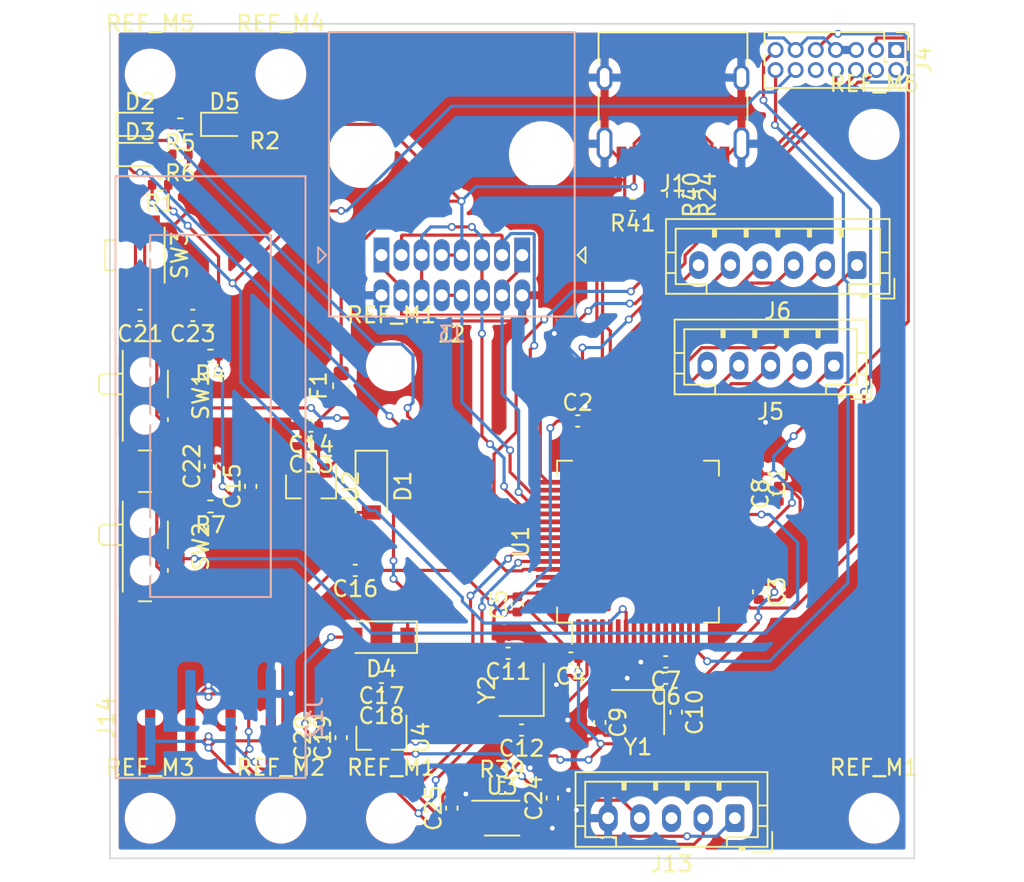
<source format=kicad_pcb>
(kicad_pcb (version 20171130) (host pcbnew 5.1.8)
  (layers (0 F.Cu signal) (31 B.Cu signal) (34 B.Paste user) (35 F.Paste user) (36 B.SilkS user) (37 F.SilkS user) (38 B.Mask user) (39 F.Mask user) (44 Edge.Cuts user))
  (net 0 "")
  (net 1 GND)
  (net 2 +3V3)
  (net 3 /MOSI)
  (net 4 /MISO)
  (net 5 /BOOT0)
  (net 6 /SS)
  (net 7 "Net-(C8-Pad1)")
  (net 8 /XTAL1A)
  (net 9 /XTAL1B)
  (net 10 /XTAL2A)
  (net 11 /XTAL2B)
  (net 12 VBUS)
  (net 13 "Net-(J1-PadA5)")
  (net 14 /SCLK)
  (net 15 "Net-(D2-Pad2)")
  (net 16 /LED_ERROR)
  (net 17 "Net-(D3-Pad2)")
  (net 18 /LED_STATUS)
  (net 19 /SDA)
  (net 20 /SCL)
  (net 21 +2V8)
  (net 22 "Net-(J13-Pad2)")
  (net 23 "Net-(J13-Pad1)")
  (net 24 "Net-(R39-Pad2)")
  (net 25 /D+)
  (net 26 /D-)
  (net 27 /D2+)
  (net 28 /D2-)
  (net 29 "Net-(C13-Pad1)")
  (net 30 "Net-(C22-Pad1)")
  (net 31 "Net-(C23-Pad1)")
  (net 32 "Net-(D5-Pad2)")
  (net 33 /SWCLK)
  (net 34 /SWO)
  (net 35 /SWDIO)
  (net 36 /BOOT1)
  (net 37 /COL2)
  (net 38 /COL1)
  (net 39 /ROW5)
  (net 40 /ROW4)
  (net 41 /ROW3)
  (net 42 /ROW2)
  (net 43 /COL6)
  (net 44 /COL5)
  (net 45 /COL4)
  (net 46 /COL3)
  (net 47 /ROW1)
  (net 48 /TX)
  (net 49 /RX)
  (net 50 /NRST)
  (module MountingHole:MountingHole_2.2mm_M2 (layer F.Cu) (at 17.78 -31.115)
    (fp_text reference REF_M1 (at 0 -3.2) (layer F.SilkS))
    (fp_text value MountingHole_2.2mm_M2)
    (pad 1 np_thru_hole circle (at 0 0) (size 2.2 2.2) (drill 2.2) (layers *.Cu *.Mask))
  )
  (module folivora:RJ45_rev (layer B.Cu) (at 17.145 -38.1)
    (fp_text reference J3 (at 4.445 5) (layer B.SilkS) (effects (justify mirror)))
    (fp_text value RJ45)
    (pad 8 thru_hole oval (at 8.89 2.54) (size 1 2) (drill 0.76) (layers *.Cu *.Mask) (net 1 GND))
    (pad 7 thru_hole oval (at 7.62 0) (size 1 2) (drill 0.76) (layers *.Cu *.Mask) (net 6 /SS))
    (pad 6 thru_hole oval (at 6.35 2.54) (size 1 2) (drill 0.76) (layers *.Cu *.Mask) (net 3 /MOSI))
    (pad 5 thru_hole oval (at 5.08 0) (size 1 2) (drill 0.76) (layers *.Cu *.Mask) (net 12 VBUS))
    (pad 4 thru_hole oval (at 3.81 2.54) (size 1 2) (drill 0.76) (layers *.Cu *.Mask) (net 14 /SCLK))
    (pad 3 thru_hole oval (at 2.54 0) (size 1 2) (drill 0.76) (layers *.Cu *.Mask) (net 3 /MOSI))
    (pad 2 thru_hole oval (at 1.27 2.54) (size 1 2) (drill 0.76) (layers *.Cu *.Mask) (net 4 /MISO))
    (pad 1 thru_hole rect (at 0 0) (size 1 2.2) (drill 0.76) (layers *.Cu *.Mask) (net 4 /MISO))
    (pad "" np_thru_hole circle (at -1.27 -6.35) (size 3.2 3.2) (drill 3.2) (layers *.Cu *.Mask))
    (pad "" np_thru_hole circle (at 10.16 -6.35) (size 3.2 3.2) (drill 3.2) (layers *.Cu *.Mask))
  )
  (module MountingHole:MountingHole_2.2mm_M2 (layer F.Cu) (at 48.26 -45.72)
    (fp_text reference REF_M6 (at 0 -3.2) (layer F.SilkS))
    (fp_text value MountingHole_2.2mm_M2)
    (pad 1 np_thru_hole circle (at 0 0) (size 2.2 2.2) (drill 2.2) (layers *.Cu *.Mask))
  )
  (module MountingHole:MountingHole_2.2mm_M2 (layer F.Cu) (at 17.78 -2.54)
    (fp_text reference REF_M1 (at 0 -3.2) (layer F.SilkS))
    (fp_text value MountingHole_2.2mm_M2)
    (pad 1 np_thru_hole circle (at 0 0) (size 2.2 2.2) (drill 2.2) (layers *.Cu *.Mask))
  )
  (module Connector_JST:JST_PH_B6B-PH-K_1x06_P2.00mm_Vertical (layer F.Cu) (at 47.18 -37.465 180)
    (fp_text reference J6 (at 5 -2.9) (layer F.SilkS))
    (fp_text value COL)
    (pad 6 thru_hole oval (at 10 0 180) (size 1.2 1.75) (drill 0.75) (layers *.Cu *.Mask) (net 43 /COL6))
    (pad 5 thru_hole oval (at 8 0 180) (size 1.2 1.75) (drill 0.75) (layers *.Cu *.Mask) (net 44 /COL5))
    (pad 4 thru_hole oval (at 6 0 180) (size 1.2 1.75) (drill 0.75) (layers *.Cu *.Mask) (net 45 /COL4))
    (pad 3 thru_hole oval (at 4 0 180) (size 1.2 1.75) (drill 0.75) (layers *.Cu *.Mask) (net 46 /COL3))
    (pad 2 thru_hole oval (at 2 0 180) (size 1.2 1.75) (drill 0.75) (layers *.Cu *.Mask) (net 37 /COL2))
    (pad 1 thru_hole roundrect (at 0 0 180) (size 1.2 1.75) (drill 0.75) (layers *.Cu *.Mask) (roundrect_rratio 0.208333) (net 38 /COL1))
  )
  (module Connector_JST:JST_PH_B5B-PH-K_1x05_P2.00mm_Vertical (layer F.Cu) (at 45.72 -31.115 180)
    (fp_text reference J5 (at 4 -2.9) (layer F.SilkS))
    (fp_text value ROW)
    (pad 5 thru_hole oval (at 8 0 180) (size 1.2 1.75) (drill 0.75) (layers *.Cu *.Mask) (net 39 /ROW5))
    (pad 4 thru_hole oval (at 6 0 180) (size 1.2 1.75) (drill 0.75) (layers *.Cu *.Mask) (net 40 /ROW4))
    (pad 3 thru_hole oval (at 4 0 180) (size 1.2 1.75) (drill 0.75) (layers *.Cu *.Mask) (net 41 /ROW3))
    (pad 2 thru_hole oval (at 2 0 180) (size 1.2 1.75) (drill 0.75) (layers *.Cu *.Mask) (net 42 /ROW2))
    (pad 1 thru_hole roundrect (at 0 0 180) (size 1.2 1.75) (drill 0.75) (layers *.Cu *.Mask) (roundrect_rratio 0.208333) (net 47 /ROW1))
  )
  (module Resistor_SMD:R_0201_0603Metric_Pad0.64x0.40mm_HandSolder (layer F.Cu) (at 9.779 -46.355 180)
    (fp_text reference R2 (at 0 -1.05) (layer F.SilkS))
    (fp_text value R)
    (pad 2 smd roundrect (at 0.4075 0 180) (size 0.635 0.4) (layers F.Cu F.Mask) (net 32 "Net-(D5-Pad2)"))
    (pad 1 smd roundrect (at -0.4075 0 180) (size 0.635 0.4) (layers F.Cu F.Mask) (net 12 VBUS))
  )
  (module Connector_PinHeader_1.27mm:PinHeader_2x07_P1.27mm_Vertical (layer F.Cu) (at 49.657 -51.054 270)
    (fp_text reference J4 (at 0.635 -1.695 90) (layer F.SilkS))
    (fp_text value STLink)
    (pad 14 thru_hole oval (at 1.27 7.62 270) (size 1 1) (drill 0.65) (layers *.Cu *.Mask) (net 48 /TX))
    (pad 13 thru_hole oval (at 0 7.62 270) (size 1 1) (drill 0.65) (layers *.Cu *.Mask) (net 49 /RX))
    (pad 12 thru_hole oval (at 1.27 6.35 270) (size 1 1) (drill 0.65) (layers *.Cu *.Mask) (net 50 /NRST))
    (pad 11 thru_hole oval (at 0 6.35 270) (size 1 1) (drill 0.65) (layers *.Cu *.Mask) (net 1 GND))
    (pad 10 thru_hole oval (at 1.27 5.08 270) (size 1 1) (drill 0.65) (layers *.Cu *.Mask))
    (pad 9 thru_hole oval (at 0 5.08 270) (size 1 1) (drill 0.65) (layers *.Cu *.Mask) (net 33 /SWCLK))
    (pad 8 thru_hole oval (at 1.27 3.81 270) (size 1 1) (drill 0.65) (layers *.Cu *.Mask) (net 34 /SWO))
    (pad 7 thru_hole oval (at 0 3.81 270) (size 1 1) (drill 0.65) (layers *.Cu *.Mask) (net 1 GND))
    (pad 6 thru_hole oval (at 1.27 2.54 270) (size 1 1) (drill 0.65) (layers *.Cu *.Mask) (net 33 /SWCLK))
    (pad 5 thru_hole oval (at 0 2.54 270) (size 1 1) (drill 0.65) (layers *.Cu *.Mask) (net 1 GND))
    (pad 4 thru_hole oval (at 1.27 1.27 270) (size 1 1) (drill 0.65) (layers *.Cu *.Mask) (net 35 /SWDIO))
    (pad 3 thru_hole oval (at 0 1.27 270) (size 1 1) (drill 0.65) (layers *.Cu *.Mask) (net 2 +3V3))
    (pad 2 thru_hole oval (at 1.27 0 270) (size 1 1) (drill 0.65) (layers *.Cu *.Mask))
    (pad 1 thru_hole rect (at 0 0 270) (size 1 1) (drill 0.65) (layers *.Cu *.Mask))
  )
  (module Fuse:Fuse_0603_1608Metric (layer F.Cu) (at 14.605 -29.845 90)
    (fp_text reference F1 (at 0 -1.43 90) (layer F.SilkS))
    (fp_text value Polyfuse)
    (pad 2 smd roundrect (at 0.7875 0 90) (size 0.875 0.95) (layers F.Cu F.Paste F.Mask) (net 12 VBUS))
    (pad 1 smd roundrect (at -0.7875 0 90) (size 0.875 0.95) (layers F.Cu F.Paste F.Mask) (net 29 "Net-(C13-Pad1)"))
  )
  (module LED_SMD:LED_0603_1608Metric (layer F.Cu) (at 7.239 -46.355)
    (fp_text reference D5 (at 0 -1.43) (layer F.SilkS))
    (fp_text value LED_USB)
    (pad 2 smd roundrect (at 0.7875 0) (size 0.875 0.95) (layers F.Cu F.Paste F.Mask) (net 32 "Net-(D5-Pad2)"))
    (pad 1 smd roundrect (at -0.7875 0) (size 0.875 0.95) (layers F.Cu F.Paste F.Mask) (net 1 GND))
  )
  (module Capacitor_SMD:C_0402_1005Metric (layer F.Cu) (at 21.59 -3.175 90)
    (fp_text reference C25 (at 0 -1.16 90) (layer F.SilkS))
    (fp_text value 0.1uF)
    (pad 2 smd roundrect (at 0.48 0 90) (size 0.56 0.62) (layers F.Cu F.Paste F.Mask) (net 1 GND))
    (pad 1 smd roundrect (at -0.48 0 90) (size 0.56 0.62) (layers F.Cu F.Paste F.Mask) (net 2 +3V3))
  )
  (module Capacitor_SMD:C_0402_1005Metric (layer F.Cu) (at 27.94 -3.81 90)
    (fp_text reference C24 (at 0 -1.16 90) (layer F.SilkS))
    (fp_text value 0.1uF)
    (pad 2 smd roundrect (at 0.48 0 90) (size 0.56 0.62) (layers F.Cu F.Paste F.Mask) (net 1 GND))
    (pad 1 smd roundrect (at -0.48 0 90) (size 0.56 0.62) (layers F.Cu F.Paste F.Mask) (net 21 +2V8))
  )
  (module Capacitor_SMD:C_0402_1005Metric (layer F.Cu) (at 5.235 -34.29 180)
    (fp_text reference C23 (at 0 -1.16) (layer F.SilkS))
    (fp_text value 0.1uF)
    (pad 2 smd roundrect (at 0.48 0 180) (size 0.56 0.62) (layers F.Cu F.Paste F.Mask) (net 1 GND))
    (pad 1 smd roundrect (at -0.48 0 180) (size 0.56 0.62) (layers F.Cu F.Paste F.Mask) (net 31 "Net-(C23-Pad1)"))
  )
  (module Capacitor_SMD:C_0402_1005Metric (layer F.Cu) (at 6.35 -24.765 90)
    (fp_text reference C22 (at 0 -1.16 90) (layer F.SilkS))
    (fp_text value 0.1uF)
    (pad 2 smd roundrect (at 0.48 0 90) (size 0.56 0.62) (layers F.Cu F.Paste F.Mask) (net 1 GND))
    (pad 1 smd roundrect (at -0.48 0 90) (size 0.56 0.62) (layers F.Cu F.Paste F.Mask) (net 30 "Net-(C22-Pad1)"))
  )
  (module folivora:OLED (layer B.Cu) (at 6.35 -8.89 90)
    (fp_text reference J12 (at 0 6.58 -90) (layer B.SilkS) (effects (justify mirror)))
    (fp_text value OLED)
    (pad 4 smd rect (at -1.5 -3.81 90) (size 3 0.65) (layers B.Cu B.Paste B.Mask) (net 19 /SDA))
    (pad 3 smd rect (at 1.5 -1.27 90) (size 3 0.65) (layers B.Cu B.Paste B.Mask) (net 20 /SCL))
    (pad 2 smd rect (at -1.5 1.27 90) (size 3 0.65) (layers B.Cu B.Paste B.Mask) (net 2 +3V3))
    (pad 1 smd rect (at 1.5 3.81 90) (size 3 0.65) (layers B.Cu B.Paste B.Mask) (net 1 GND))
  )
  (module folivora:OLED (layer F.Cu) (at 6.35 -8.89 90)
    (fp_text reference J14 (at 0 -6.58 270) (layer F.SilkS))
    (fp_text value OLED)
    (pad 4 smd rect (at -1.5 3.81 90) (size 3 0.65) (layers F.Cu F.Paste F.Mask) (net 19 /SDA))
    (pad 3 smd rect (at 1.5 1.27 90) (size 3 0.65) (layers F.Cu F.Paste F.Mask) (net 20 /SCL))
    (pad 2 smd rect (at -1.5 -1.27 90) (size 3 0.65) (layers F.Cu F.Paste F.Mask) (net 2 +3V3))
    (pad 1 smd rect (at 1.5 -3.81 90) (size 3 0.65) (layers F.Cu F.Paste F.Mask) (net 1 GND))
  )
  (module Resistor_SMD:R_0402_1005Metric (layer F.Cu) (at 35.56 -41.91 270)
    (fp_text reference R40 (at 0 -1.17 90) (layer F.SilkS))
    (fp_text value 10)
    (pad 2 smd roundrect (at 0.51 0 270) (size 0.54 0.64) (layers F.Cu F.Paste F.Mask) (net 26 /D-))
    (pad 1 smd roundrect (at -0.51 0 270) (size 0.54 0.64) (layers F.Cu F.Paste F.Mask) (net 28 /D2-))
  )
  (module Resistor_SMD:R_0402_1005Metric (layer F.Cu) (at 33.02 -41.275 180)
    (fp_text reference R41 (at 0 -1.17) (layer F.SilkS))
    (fp_text value 5.1k)
    (pad 2 smd roundrect (at 0.51 0 180) (size 0.54 0.64) (layers F.Cu F.Paste F.Mask) (net 1 GND))
    (pad 1 smd roundrect (at -0.51 0 180) (size 0.54 0.64) (layers F.Cu F.Paste F.Mask) (net 13 "Net-(J1-PadA5)"))
  )
  (module Resistor_SMD:R_0402_1005Metric (layer F.Cu) (at 36.576 -41.91 270)
    (fp_text reference R24 (at 0 -1.17 90) (layer F.SilkS))
    (fp_text value 10)
    (pad 2 smd roundrect (at 0.51 0 270) (size 0.54 0.64) (layers F.Cu F.Paste F.Mask) (net 25 /D+))
    (pad 1 smd roundrect (at -0.51 0 270) (size 0.54 0.64) (layers F.Cu F.Paste F.Mask) (net 27 /D2+))
  )
  (module Capacitor_SMD:C_0402_1005Metric (layer F.Cu) (at 1.905 -34.29 180)
    (fp_text reference C21 (at 0 -1.16) (layer F.SilkS))
    (fp_text value 0.1uF)
    (pad 2 smd roundrect (at 0.48 0 180) (size 0.56 0.62) (layers F.Cu F.Paste F.Mask) (net 50 /NRST))
    (pad 1 smd roundrect (at -0.48 0 180) (size 0.56 0.62) (layers F.Cu F.Paste F.Mask) (net 1 GND))
  )
  (module Package_TO_SOT_SMD:SOT-23 (layer F.Cu) (at 17.145 -7.62 270)
    (fp_text reference U4 (at 0 -2.5 90) (layer F.SilkS))
    (fp_text value HT7727)
    (pad 3 smd rect (at 1 0 270) (size 0.9 0.8) (layers F.Cu F.Paste F.Mask) (net 21 +2V8))
    (pad 2 smd rect (at -1 0.95 270) (size 0.9 0.8) (layers F.Cu F.Paste F.Mask) (net 1 GND))
    (pad 1 smd rect (at -1 -0.95 270) (size 0.9 0.8) (layers F.Cu F.Paste F.Mask) (net 29 "Net-(C13-Pad1)"))
  )
  (module Package_TO_SOT_SMD:SOT-23 (layer F.Cu) (at 12.7 -23.495 270)
    (fp_text reference U2 (at 0 -2.5 90) (layer F.SilkS))
    (fp_text value "NATLINEAR XT1861B332MR-G")
    (pad 3 smd rect (at 1 0 270) (size 0.9 0.8) (layers F.Cu F.Paste F.Mask) (net 2 +3V3))
    (pad 2 smd rect (at -1 0.95 270) (size 0.9 0.8) (layers F.Cu F.Paste F.Mask) (net 1 GND))
    (pad 1 smd rect (at -1 -0.95 270) (size 0.9 0.8) (layers F.Cu F.Paste F.Mask) (net 29 "Net-(C13-Pad1)"))
  )
  (module Package_SO:VSSOP-8_2.3x2mm_P0.5mm (layer F.Cu) (at 24.765 -2.54)
    (fp_text reference U3 (at 0 -2) (layer F.SilkS))
    (fp_text value PCA9306DC1)
    (pad 8 smd rect (at 1.55 -0.75 270) (size 0.3 0.8) (layers F.Cu F.Paste F.Mask) (net 24 "Net-(R39-Pad2)"))
    (pad 7 smd rect (at 1.55 -0.25 270) (size 0.3 0.8) (layers F.Cu F.Paste F.Mask) (net 21 +2V8))
    (pad 6 smd rect (at 1.55 0.25 270) (size 0.3 0.8) (layers F.Cu F.Paste F.Mask) (net 23 "Net-(J13-Pad1)"))
    (pad 5 smd rect (at 1.55 0.75 270) (size 0.3 0.8) (layers F.Cu F.Paste F.Mask) (net 22 "Net-(J13-Pad2)"))
    (pad 4 smd rect (at -1.55 0.75 270) (size 0.3 0.8) (layers F.Cu F.Paste F.Mask) (net 19 /SDA))
    (pad 3 smd rect (at -1.55 0.25 270) (size 0.3 0.8) (layers F.Cu F.Paste F.Mask) (net 20 /SCL))
    (pad 2 smd rect (at -1.55 -0.25 270) (size 0.3 0.8) (layers F.Cu F.Paste F.Mask) (net 2 +3V3))
    (pad 1 smd rect (at -1.55 -0.75 270) (size 0.3 0.8) (layers F.Cu F.Paste F.Mask) (net 1 GND))
  )
  (module Resistor_SMD:R_0402_1005Metric (layer F.Cu) (at 24.765 -4.445)
    (fp_text reference R39 (at 0 -1.17) (layer F.SilkS))
    (fp_text value R)
    (pad 2 smd roundrect (at 0.51 0) (size 0.54 0.64) (layers F.Cu F.Paste F.Mask) (net 24 "Net-(R39-Pad2)"))
    (pad 1 smd roundrect (at -0.51 0) (size 0.54 0.64) (layers F.Cu F.Paste F.Mask) (net 2 +3V3))
  )
  (module Connector_JST:JST_PH_B5B-PH-K_1x05_P2.00mm_Vertical (layer F.Cu) (at 39.465 -2.54 180)
    (fp_text reference J13 (at 4 -2.9) (layer F.SilkS))
    (fp_text value trackball)
    (pad 5 thru_hole oval (at 8 0 180) (size 1.2 1.75) (drill 0.75) (layers *.Cu *.Mask) (net 1 GND))
    (pad 4 thru_hole oval (at 6 0 180) (size 1.2 1.75) (drill 0.75) (layers *.Cu *.Mask) (net 21 +2V8))
    (pad 3 thru_hole oval (at 4 0 180) (size 1.2 1.75) (drill 0.75) (layers *.Cu *.Mask))
    (pad 2 thru_hole oval (at 2 0 180) (size 1.2 1.75) (drill 0.75) (layers *.Cu *.Mask) (net 22 "Net-(J13-Pad2)"))
    (pad 1 thru_hole roundrect (at 0 0 180) (size 1.2 1.75) (drill 0.75) (layers *.Cu *.Mask) (roundrect_rratio 0.208333) (net 23 "Net-(J13-Pad1)"))
  )
  (module Diode_SMD:D_SOD-123 (layer F.Cu) (at 17.145 -13.97 180)
    (fp_text reference D4 (at 0 -2) (layer F.SilkS))
    (fp_text value SBD)
    (pad 2 smd rect (at 1.65 0 180) (size 0.9 1.2) (layers F.Cu F.Paste F.Mask) (net 21 +2V8))
    (pad 1 smd rect (at -1.65 0 180) (size 0.9 1.2) (layers F.Cu F.Paste F.Mask) (net 29 "Net-(C13-Pad1)"))
  )
  (module Capacitor_SMD:C_0402_1005Metric (layer F.Cu) (at 13.335 -7.62 90)
    (fp_text reference C20 (at 0 -1.16 90) (layer F.SilkS))
    (fp_text value 1uF)
    (pad 2 smd roundrect (at 0.48 0 90) (size 0.56 0.62) (layers F.Cu F.Paste F.Mask) (net 1 GND))
    (pad 1 smd roundrect (at -0.48 0 90) (size 0.56 0.62) (layers F.Cu F.Paste F.Mask) (net 21 +2V8))
  )
  (module Capacitor_SMD:C_0402_1005Metric (layer F.Cu) (at 14.605 -7.62 90)
    (fp_text reference C19 (at 0 -1.16 90) (layer F.SilkS))
    (fp_text value 0.1uF)
    (pad 2 smd roundrect (at 0.48 0 90) (size 0.56 0.62) (layers F.Cu F.Paste F.Mask) (net 1 GND))
    (pad 1 smd roundrect (at -0.48 0 90) (size 0.56 0.62) (layers F.Cu F.Paste F.Mask) (net 21 +2V8))
  )
  (module Capacitor_SMD:C_0402_1005Metric (layer F.Cu) (at 17.145 -10.16 180)
    (fp_text reference C18 (at 0 -1.16) (layer F.SilkS))
    (fp_text value 0.1uF)
    (pad 2 smd roundrect (at 0.48 0 180) (size 0.56 0.62) (layers F.Cu F.Paste F.Mask) (net 1 GND))
    (pad 1 smd roundrect (at -0.48 0 180) (size 0.56 0.62) (layers F.Cu F.Paste F.Mask) (net 29 "Net-(C13-Pad1)"))
  )
  (module Capacitor_SMD:C_0402_1005Metric (layer F.Cu) (at 17.145 -11.43 180)
    (fp_text reference C17 (at 0 -1.16) (layer F.SilkS))
    (fp_text value 1uF)
    (pad 2 smd roundrect (at 0.48 0 180) (size 0.56 0.62) (layers F.Cu F.Paste F.Mask) (net 1 GND))
    (pad 1 smd roundrect (at -0.48 0 180) (size 0.56 0.62) (layers F.Cu F.Paste F.Mask) (net 29 "Net-(C13-Pad1)"))
  )
  (module MountingHole:MountingHole_2.2mm_M2 (layer F.Cu) (at 48.26 -2.54)
    (fp_text reference REF_M1 (at 0 -3.2) (layer F.SilkS))
    (fp_text value MountingHole_2.2mm_M2)
    (pad 1 np_thru_hole circle (at 0 0) (size 2.2 2.2) (drill 2.2) (layers *.Cu *.Mask))
  )
  (module Capacitor_SMD:C_0402_1005Metric (layer F.Cu) (at 29.5402 -27.6225)
    (fp_text reference C2 (at 0 -1.16) (layer F.SilkS))
    (fp_text value 0.1uF)
    (pad 2 smd roundrect (at 0.48 0) (size 0.56 0.62) (layers F.Cu F.Paste F.Mask) (net 1 GND))
    (pad 1 smd roundrect (at -0.48 0) (size 0.56 0.62) (layers F.Cu F.Paste F.Mask) (net 2 +3V3))
  )
  (module Button_Switch_SMD:SW_SPST_EVQP7C (layer F.Cu) (at 1.905 -38.1 270)
    (fp_text reference SW3 (at 0 -2.5 90) (layer F.SilkS))
    (fp_text value RESET)
    (pad "" np_thru_hole circle (at 0 0.9 270) (size 0.7 0.7) (drill 0.7) (layers *.Cu *.Mask))
    (pad "" np_thru_hole circle (at 0 -0.9 270) (size 0.7 0.7) (drill 0.7) (layers *.Cu *.Mask))
    (pad 2 smd rect (at -1.8 0.72 270) (size 1.4 1.05) (layers F.Cu F.Paste F.Mask) (net 50 /NRST))
    (pad 2 smd rect (at 1.8 0.72 270) (size 1.4 1.05) (layers F.Cu F.Paste F.Mask) (net 50 /NRST))
    (pad 1 smd rect (at -1.8 -0.72 270) (size 1.4 1.05) (layers F.Cu F.Paste F.Mask) (net 1 GND))
    (pad 1 smd rect (at 1.8 -0.72 270) (size 1.4 1.05) (layers F.Cu F.Paste F.Mask) (net 1 GND))
  )
  (module MountingHole:MountingHole_2.2mm_M2 (layer F.Cu) (at 10.795 -49.53)
    (fp_text reference REF_M4 (at 0 -3.2) (layer F.SilkS))
    (fp_text value MountingHole_2.2mm_M2)
    (pad 1 np_thru_hole circle (at 0 0) (size 2.2 2.2) (drill 2.2) (layers *.Cu *.Mask))
  )
  (module MountingHole:MountingHole_2.2mm_M2 (layer F.Cu) (at 2.54 -49.53)
    (fp_text reference REF_M5 (at 0 -3.2) (layer F.SilkS))
    (fp_text value MountingHole_2.2mm_M2)
    (pad 1 np_thru_hole circle (at 0 0) (size 2.2 2.2) (drill 2.2) (layers *.Cu *.Mask))
  )
  (module Button_Switch_SMD:SW_SPDT_PCM12 (layer F.Cu) (at 2.54 -19.685 270)
    (fp_text reference SW2 (at 0 -3.2 90) (layer F.SilkS))
    (fp_text value SW_SPDT)
    (pad "" smd rect (at -3.65 -0.78 270) (size 1 0.8) (layers F.Cu F.Paste F.Mask))
    (pad "" smd rect (at 3.65 -0.78 270) (size 1 0.8) (layers F.Cu F.Paste F.Mask))
    (pad "" smd rect (at 3.65 1.43 270) (size 1 0.8) (layers F.Cu F.Paste F.Mask))
    (pad "" smd rect (at -3.65 1.43 270) (size 1 0.8) (layers F.Cu F.Paste F.Mask))
    (pad 3 smd rect (at 2.25 -1.43 270) (size 0.7 1.5) (layers F.Cu F.Paste F.Mask) (net 1 GND))
    (pad 2 smd rect (at 0.75 -1.43 270) (size 0.7 1.5) (layers F.Cu F.Paste F.Mask) (net 36 /BOOT1))
    (pad 1 smd rect (at -2.25 -1.43 270) (size 0.7 1.5) (layers F.Cu F.Paste F.Mask) (net 30 "Net-(C22-Pad1)"))
    (pad "" np_thru_hole circle (at 1.5 0.33 270) (size 0.9 0.9) (drill 0.9) (layers *.Cu *.Mask))
    (pad "" np_thru_hole circle (at -1.5 0.33 270) (size 0.9 0.9) (drill 0.9) (layers *.Cu *.Mask))
  )
  (module Resistor_SMD:R_0402_1005Metric (layer F.Cu) (at 6.35 -22.225 180)
    (fp_text reference R7 (at 0 -1.17) (layer F.SilkS))
    (fp_text value R)
    (pad 2 smd roundrect (at 0.51 0 180) (size 0.54 0.64) (layers F.Cu F.Paste F.Mask) (net 30 "Net-(C22-Pad1)"))
    (pad 1 smd roundrect (at -0.51 0 180) (size 0.54 0.64) (layers F.Cu F.Paste F.Mask) (net 2 +3V3))
  )
  (module MountingHole:MountingHole_2.2mm_M2 (layer F.Cu) (at 10.795 -2.54)
    (fp_text reference REF_M2 (at 0 -3.2) (layer F.SilkS))
    (fp_text value MountingHole_2.2mm_M2)
    (pad 1 np_thru_hole circle (at 0 0) (size 2.2 2.2) (drill 2.2) (layers *.Cu *.Mask))
  )
  (module MountingHole:MountingHole_2.2mm_M2 (layer F.Cu) (at 2.54 -2.54)
    (fp_text reference REF_M3 (at 0 -3.2) (layer F.SilkS))
    (fp_text value MountingHole_2.2mm_M2)
    (pad 1 np_thru_hole circle (at 0 0) (size 2.2 2.2) (drill 2.2) (layers *.Cu *.Mask))
  )
  (module folivora:RJ45_rev (layer F.Cu) (at 26.035 -38.1 180)
    (fp_text reference J2 (at 4.445 -5) (layer F.SilkS))
    (fp_text value RJ45)
    (pad 8 thru_hole oval (at 8.89 -2.54 180) (size 1 2) (drill 0.76) (layers *.Cu *.Mask) (net 1 GND))
    (pad 7 thru_hole oval (at 7.62 0 180) (size 1 2) (drill 0.76) (layers *.Cu *.Mask) (net 6 /SS))
    (pad 6 thru_hole oval (at 6.35 -2.54 180) (size 1 2) (drill 0.76) (layers *.Cu *.Mask) (net 3 /MOSI))
    (pad 5 thru_hole oval (at 5.08 0 180) (size 1 2) (drill 0.76) (layers *.Cu *.Mask) (net 12 VBUS))
    (pad 4 thru_hole oval (at 3.81 -2.54 180) (size 1 2) (drill 0.76) (layers *.Cu *.Mask) (net 14 /SCLK))
    (pad 3 thru_hole oval (at 2.54 0 180) (size 1 2) (drill 0.76) (layers *.Cu *.Mask) (net 3 /MOSI))
    (pad 2 thru_hole oval (at 1.27 -2.54 180) (size 1 2) (drill 0.76) (layers *.Cu *.Mask) (net 4 /MISO))
    (pad 1 thru_hole rect (at 0 0 180) (size 1 2.2) (drill 0.76) (layers *.Cu *.Mask) (net 4 /MISO))
    (pad "" np_thru_hole circle (at -1.27 6.35 180) (size 3.2 3.2) (drill 3.2) (layers *.Cu *.Mask))
    (pad "" np_thru_hole circle (at 10.16 6.35 180) (size 3.2 3.2) (drill 3.2) (layers *.Cu *.Mask))
  )
  (module Resistor_SMD:R_0402_1005Metric (layer F.Cu) (at 4.445 -44.45 180)
    (fp_text reference R6 (at 0 -1.17) (layer F.SilkS))
    (fp_text value R)
    (pad 2 smd roundrect (at 0.51 0 180) (size 0.54 0.64) (layers F.Cu F.Paste F.Mask) (net 17 "Net-(D3-Pad2)"))
    (pad 1 smd roundrect (at -0.51 0 180) (size 0.54 0.64) (layers F.Cu F.Paste F.Mask) (net 2 +3V3))
  )
  (module Resistor_SMD:R_0402_1005Metric (layer F.Cu) (at 4.445 -46.355 180)
    (fp_text reference R5 (at 0 -1.17) (layer F.SilkS))
    (fp_text value R)
    (pad 2 smd roundrect (at 0.51 0 180) (size 0.54 0.64) (layers F.Cu F.Paste F.Mask) (net 15 "Net-(D2-Pad2)"))
    (pad 1 smd roundrect (at -0.51 0 180) (size 0.54 0.64) (layers F.Cu F.Paste F.Mask) (net 2 +3V3))
  )
  (module LED_SMD:LED_0603_1608Metric (layer F.Cu) (at 1.905 -44.45)
    (fp_text reference D3 (at 0 -1.43) (layer F.SilkS))
    (fp_text value Status)
    (pad 2 smd roundrect (at 0.7875 0) (size 0.875 0.95) (layers F.Cu F.Paste F.Mask) (net 17 "Net-(D3-Pad2)"))
    (pad 1 smd roundrect (at -0.7875 0) (size 0.875 0.95) (layers F.Cu F.Paste F.Mask) (net 18 /LED_STATUS))
  )
  (module LED_SMD:LED_0603_1608Metric (layer F.Cu) (at 1.905 -46.355)
    (fp_text reference D2 (at 0 -1.43) (layer F.SilkS))
    (fp_text value Error)
    (pad 2 smd roundrect (at 0.7875 0) (size 0.875 0.95) (layers F.Cu F.Paste F.Mask) (net 15 "Net-(D2-Pad2)"))
    (pad 1 smd roundrect (at -0.7875 0) (size 0.875 0.95) (layers F.Cu F.Paste F.Mask) (net 16 /LED_ERROR))
  )
  (module Crystal:Crystal_SMD_2520-4Pin_2.5x2.0mm (layer F.Cu) (at 25.9969 -10.6426 90)
    (fp_text reference Y2 (at 0 -2.2 90) (layer F.SilkS))
    (fp_text value Crystal_32.768MHz)
    (pad 4 smd rect (at -0.875 -0.7 90) (size 1.15 1) (layers F.Cu F.Paste F.Mask) (net 1 GND))
    (pad 3 smd rect (at 0.875 -0.7 90) (size 1.15 1) (layers F.Cu F.Paste F.Mask) (net 10 /XTAL2A))
    (pad 2 smd rect (at 0.875 0.7 90) (size 1.15 1) (layers F.Cu F.Paste F.Mask) (net 1 GND))
    (pad 1 smd rect (at -0.875 0.7 90) (size 1.15 1) (layers F.Cu F.Paste F.Mask) (net 11 /XTAL2B))
  )
  (module Crystal:Crystal_SMD_2520-4Pin_2.5x2.0mm (layer F.Cu) (at 33.3502 -9.2329 180)
    (fp_text reference Y1 (at 0 -2.2) (layer F.SilkS))
    (fp_text value Crystal_8MHz)
    (pad 4 smd rect (at -0.875 -0.7 180) (size 1.15 1) (layers F.Cu F.Paste F.Mask) (net 1 GND))
    (pad 3 smd rect (at 0.875 -0.7 180) (size 1.15 1) (layers F.Cu F.Paste F.Mask) (net 8 /XTAL1A))
    (pad 2 smd rect (at 0.875 0.7 180) (size 1.15 1) (layers F.Cu F.Paste F.Mask) (net 1 GND))
    (pad 1 smd rect (at -0.875 0.7 180) (size 1.15 1) (layers F.Cu F.Paste F.Mask) (net 9 /XTAL1B))
  )
  (module Package_QFP:LQFP-64_10x10mm_P0.5mm (layer F.Cu) (at 33.3502 -20.0025 90)
    (fp_text reference U1 (at 0 -7.4 90) (layer F.SilkS))
    (fp_text value STM32F401RETx)
    (pad 64 smd roundrect (at -3.75 -5.675 90) (size 0.3 1.55) (layers F.Cu F.Paste F.Mask) (net 2 +3V3))
    (pad 63 smd roundrect (at -3.25 -5.675 90) (size 0.3 1.55) (layers F.Cu F.Paste F.Mask) (net 1 GND))
    (pad 62 smd roundrect (at -2.75 -5.675 90) (size 0.3 1.55) (layers F.Cu F.Paste F.Mask))
    (pad 61 smd roundrect (at -2.25 -5.675 90) (size 0.3 1.55) (layers F.Cu F.Paste F.Mask))
    (pad 60 smd roundrect (at -1.75 -5.675 90) (size 0.3 1.55) (layers F.Cu F.Paste F.Mask) (net 5 /BOOT0))
    (pad 59 smd roundrect (at -1.25 -5.675 90) (size 0.3 1.55) (layers F.Cu F.Paste F.Mask) (net 19 /SDA))
    (pad 58 smd roundrect (at -0.75 -5.675 90) (size 0.3 1.55) (layers F.Cu F.Paste F.Mask) (net 20 /SCL))
    (pad 57 smd roundrect (at -0.25 -5.675 90) (size 0.3 1.55) (layers F.Cu F.Paste F.Mask) (net 18 /LED_STATUS))
    (pad 56 smd roundrect (at 0.25 -5.675 90) (size 0.3 1.55) (layers F.Cu F.Paste F.Mask) (net 16 /LED_ERROR))
    (pad 55 smd roundrect (at 0.75 -5.675 90) (size 0.3 1.55) (layers F.Cu F.Paste F.Mask) (net 34 /SWO))
    (pad 54 smd roundrect (at 1.25 -5.675 90) (size 0.3 1.55) (layers F.Cu F.Paste F.Mask))
    (pad 53 smd roundrect (at 1.75 -5.675 90) (size 0.3 1.55) (layers F.Cu F.Paste F.Mask) (net 3 /MOSI))
    (pad 52 smd roundrect (at 2.25 -5.675 90) (size 0.3 1.55) (layers F.Cu F.Paste F.Mask) (net 4 /MISO))
    (pad 51 smd roundrect (at 2.75 -5.675 90) (size 0.3 1.55) (layers F.Cu F.Paste F.Mask) (net 14 /SCLK))
    (pad 50 smd roundrect (at 3.25 -5.675 90) (size 0.3 1.55) (layers F.Cu F.Paste F.Mask) (net 6 /SS))
    (pad 49 smd roundrect (at 3.75 -5.675 90) (size 0.3 1.55) (layers F.Cu F.Paste F.Mask) (net 33 /SWCLK))
    (pad 48 smd roundrect (at 5.675 -3.75 90) (size 1.55 0.3) (layers F.Cu F.Paste F.Mask) (net 2 +3V3))
    (pad 47 smd roundrect (at 5.675 -3.25 90) (size 1.55 0.3) (layers F.Cu F.Paste F.Mask) (net 1 GND))
    (pad 46 smd roundrect (at 5.675 -2.75 90) (size 1.55 0.3) (layers F.Cu F.Paste F.Mask) (net 35 /SWDIO))
    (pad 45 smd roundrect (at 5.675 -2.25 90) (size 1.55 0.3) (layers F.Cu F.Paste F.Mask) (net 26 /D-))
    (pad 44 smd roundrect (at 5.675 -1.75 90) (size 1.55 0.3) (layers F.Cu F.Paste F.Mask) (net 25 /D+))
    (pad 43 smd roundrect (at 5.675 -1.25 90) (size 1.55 0.3) (layers F.Cu F.Paste F.Mask) (net 43 /COL6))
    (pad 42 smd roundrect (at 5.675 -0.75 90) (size 1.55 0.3) (layers F.Cu F.Paste F.Mask) (net 44 /COL5))
    (pad 41 smd roundrect (at 5.675 -0.25 90) (size 1.55 0.3) (layers F.Cu F.Paste F.Mask) (net 45 /COL4))
    (pad 40 smd roundrect (at 5.675 0.25 90) (size 1.55 0.3) (layers F.Cu F.Paste F.Mask) (net 46 /COL3))
    (pad 39 smd roundrect (at 5.675 0.75 90) (size 1.55 0.3) (layers F.Cu F.Paste F.Mask) (net 37 /COL2))
    (pad 38 smd roundrect (at 5.675 1.25 90) (size 1.55 0.3) (layers F.Cu F.Paste F.Mask) (net 38 /COL1))
    (pad 37 smd roundrect (at 5.675 1.75 90) (size 1.55 0.3) (layers F.Cu F.Paste F.Mask) (net 39 /ROW5))
    (pad 36 smd roundrect (at 5.675 2.25 90) (size 1.55 0.3) (layers F.Cu F.Paste F.Mask) (net 40 /ROW4))
    (pad 35 smd roundrect (at 5.675 2.75 90) (size 1.55 0.3) (layers F.Cu F.Paste F.Mask) (net 41 /ROW3))
    (pad 34 smd roundrect (at 5.675 3.25 90) (size 1.55 0.3) (layers F.Cu F.Paste F.Mask) (net 42 /ROW2))
    (pad 33 smd roundrect (at 5.675 3.75 90) (size 1.55 0.3) (layers F.Cu F.Paste F.Mask) (net 47 /ROW1))
    (pad 32 smd roundrect (at 3.75 5.675 90) (size 0.3 1.55) (layers F.Cu F.Paste F.Mask) (net 2 +3V3))
    (pad 31 smd roundrect (at 3.25 5.675 90) (size 0.3 1.55) (layers F.Cu F.Paste F.Mask) (net 1 GND))
    (pad 30 smd roundrect (at 2.75 5.675 90) (size 0.3 1.55) (layers F.Cu F.Paste F.Mask) (net 7 "Net-(C8-Pad1)"))
    (pad 29 smd roundrect (at 2.25 5.675 90) (size 0.3 1.55) (layers F.Cu F.Paste F.Mask))
    (pad 28 smd roundrect (at 1.75 5.675 90) (size 0.3 1.55) (layers F.Cu F.Paste F.Mask) (net 36 /BOOT1))
    (pad 27 smd roundrect (at 1.25 5.675 90) (size 0.3 1.55) (layers F.Cu F.Paste F.Mask))
    (pad 26 smd roundrect (at 0.75 5.675 90) (size 0.3 1.55) (layers F.Cu F.Paste F.Mask))
    (pad 25 smd roundrect (at 0.25 5.675 90) (size 0.3 1.55) (layers F.Cu F.Paste F.Mask))
    (pad 24 smd roundrect (at -0.25 5.675 90) (size 0.3 1.55) (layers F.Cu F.Paste F.Mask))
    (pad 23 smd roundrect (at -0.75 5.675 90) (size 0.3 1.55) (layers F.Cu F.Paste F.Mask))
    (pad 22 smd roundrect (at -1.25 5.675 90) (size 0.3 1.55) (layers F.Cu F.Paste F.Mask))
    (pad 21 smd roundrect (at -1.75 5.675 90) (size 0.3 1.55) (layers F.Cu F.Paste F.Mask))
    (pad 20 smd roundrect (at -2.25 5.675 90) (size 0.3 1.55) (layers F.Cu F.Paste F.Mask))
    (pad 19 smd roundrect (at -2.75 5.675 90) (size 0.3 1.55) (layers F.Cu F.Paste F.Mask) (net 2 +3V3))
    (pad 18 smd roundrect (at -3.25 5.675 90) (size 0.3 1.55) (layers F.Cu F.Paste F.Mask) (net 1 GND))
    (pad 17 smd roundrect (at -3.75 5.675 90) (size 0.3 1.55) (layers F.Cu F.Paste F.Mask) (net 49 /RX))
    (pad 16 smd roundrect (at -5.675 3.75 90) (size 1.55 0.3) (layers F.Cu F.Paste F.Mask) (net 48 /TX))
    (pad 15 smd roundrect (at -5.675 3.25 90) (size 1.55 0.3) (layers F.Cu F.Paste F.Mask))
    (pad 14 smd roundrect (at -5.675 2.75 90) (size 1.55 0.3) (layers F.Cu F.Paste F.Mask))
    (pad 13 smd roundrect (at -5.675 2.25 90) (size 1.55 0.3) (layers F.Cu F.Paste F.Mask) (net 2 +3V3))
    (pad 12 smd roundrect (at -5.675 1.75 90) (size 1.55 0.3) (layers F.Cu F.Paste F.Mask) (net 1 GND))
    (pad 11 smd roundrect (at -5.675 1.25 90) (size 1.55 0.3) (layers F.Cu F.Paste F.Mask))
    (pad 10 smd roundrect (at -5.675 0.75 90) (size 1.55 0.3) (layers F.Cu F.Paste F.Mask))
    (pad 9 smd roundrect (at -5.675 0.25 90) (size 1.55 0.3) (layers F.Cu F.Paste F.Mask))
    (pad 8 smd roundrect (at -5.675 -0.25 90) (size 1.55 0.3) (layers F.Cu F.Paste F.Mask))
    (pad 7 smd roundrect (at -5.675 -0.75 90) (size 1.55 0.3) (layers F.Cu F.Paste F.Mask) (net 50 /NRST))
    (pad 6 smd roundrect (at -5.675 -1.25 90) (size 1.55 0.3) (layers F.Cu F.Paste F.Mask) (net 9 /XTAL1B))
    (pad 5 smd roundrect (at -5.675 -1.75 90) (size 1.55 0.3) (layers F.Cu F.Paste F.Mask) (net 8 /XTAL1A))
    (pad 4 smd roundrect (at -5.675 -2.25 90) (size 1.55 0.3) (layers F.Cu F.Paste F.Mask))
    (pad 3 smd roundrect (at -5.675 -2.75 90) (size 1.55 0.3) (layers F.Cu F.Paste F.Mask) (net 11 /XTAL2B))
    (pad 2 smd roundrect (at -5.675 -3.25 90) (size 1.55 0.3) (layers F.Cu F.Paste F.Mask) (net 10 /XTAL2A))
    (pad 1 smd roundrect (at -5.675 -3.75 90) (size 1.55 0.3) (layers F.Cu F.Paste F.Mask) (net 2 +3V3))
  )
  (module Button_Switch_SMD:SW_SPDT_PCM12 (layer F.Cu) (at 2.54 -29.21 270)
    (fp_text reference SW1 (at 0 -3.2 90) (layer F.SilkS))
    (fp_text value SW_SPDT)
    (pad "" smd rect (at -3.65 -0.78 270) (size 1 0.8) (layers F.Cu F.Paste F.Mask))
    (pad "" smd rect (at 3.65 -0.78 270) (size 1 0.8) (layers F.Cu F.Paste F.Mask))
    (pad "" smd rect (at 3.65 1.43 270) (size 1 0.8) (layers F.Cu F.Paste F.Mask))
    (pad "" smd rect (at -3.65 1.43 270) (size 1 0.8) (layers F.Cu F.Paste F.Mask))
    (pad 3 smd rect (at 2.25 -1.43 270) (size 0.7 1.5) (layers F.Cu F.Paste F.Mask) (net 1 GND))
    (pad 2 smd rect (at 0.75 -1.43 270) (size 0.7 1.5) (layers F.Cu F.Paste F.Mask) (net 5 /BOOT0))
    (pad 1 smd rect (at -2.25 -1.43 270) (size 0.7 1.5) (layers F.Cu F.Paste F.Mask) (net 31 "Net-(C23-Pad1)"))
    (pad "" np_thru_hole circle (at 1.5 0.33 270) (size 0.9 0.9) (drill 0.9) (layers *.Cu *.Mask))
    (pad "" np_thru_hole circle (at -1.5 0.33 270) (size 0.9 0.9) (drill 0.9) (layers *.Cu *.Mask))
  )
  (module Resistor_SMD:R_0402_1005Metric (layer F.Cu) (at 6.35 -31.75 180)
    (fp_text reference R4 (at 0 -1.17) (layer F.SilkS))
    (fp_text value R)
    (pad 2 smd roundrect (at 0.51 0 180) (size 0.54 0.64) (layers F.Cu F.Paste F.Mask) (net 31 "Net-(C23-Pad1)"))
    (pad 1 smd roundrect (at -0.51 0 180) (size 0.54 0.64) (layers F.Cu F.Paste F.Mask) (net 2 +3V3))
  )
  (module Resistor_SMD:R_0402_1005Metric (layer F.Cu) (at 3.175 -42.545 180)
    (fp_text reference R1 (at 0 -1.17) (layer F.SilkS))
    (fp_text value R)
    (pad 2 smd roundrect (at 0.51 0 180) (size 0.54 0.64) (layers F.Cu F.Paste F.Mask) (net 50 /NRST))
    (pad 1 smd roundrect (at -0.51 0 180) (size 0.54 0.64) (layers F.Cu F.Paste F.Mask) (net 2 +3V3))
  )
  (module Connector_USB:USB_C_Receptacle_HRO_TYPE-C-31-M-12 (layer F.Cu) (at 35.56 -48.26 180)
    (fp_text reference J1 (at 0 -5.645) (layer F.SilkS))
    (fp_text value USB_C_Receptacle_USB2.0)
    (pad B1 smd rect (at 3.25 -4.045 180) (size 0.6 1.45) (layers F.Cu F.Paste F.Mask) (net 1 GND))
    (pad A9 smd rect (at 2.45 -4.045 180) (size 0.6 1.45) (layers F.Cu F.Paste F.Mask) (net 12 VBUS))
    (pad B9 smd rect (at -2.45 -4.045 180) (size 0.6 1.45) (layers F.Cu F.Paste F.Mask) (net 12 VBUS))
    (pad B12 smd rect (at -3.25 -4.045 180) (size 0.6 1.45) (layers F.Cu F.Paste F.Mask) (net 1 GND))
    (pad A1 smd rect (at -3.25 -4.045 180) (size 0.6 1.45) (layers F.Cu F.Paste F.Mask) (net 1 GND))
    (pad A4 smd rect (at -2.45 -4.045 180) (size 0.6 1.45) (layers F.Cu F.Paste F.Mask) (net 12 VBUS))
    (pad B4 smd rect (at 2.45 -4.045 180) (size 0.6 1.45) (layers F.Cu F.Paste F.Mask) (net 12 VBUS))
    (pad A12 smd rect (at 3.25 -4.045 180) (size 0.6 1.45) (layers F.Cu F.Paste F.Mask) (net 1 GND))
    (pad B8 smd rect (at -1.75 -4.045 180) (size 0.3 1.45) (layers F.Cu F.Paste F.Mask))
    (pad A5 smd rect (at -1.25 -4.045 180) (size 0.3 1.45) (layers F.Cu F.Paste F.Mask) (net 13 "Net-(J1-PadA5)"))
    (pad B7 smd rect (at -0.75 -4.045 180) (size 0.3 1.45) (layers F.Cu F.Paste F.Mask) (net 27 /D2+))
    (pad A7 smd rect (at 0.25 -4.045 180) (size 0.3 1.45) (layers F.Cu F.Paste F.Mask) (net 27 /D2+))
    (pad B6 smd rect (at 0.75 -4.045 180) (size 0.3 1.45) (layers F.Cu F.Paste F.Mask) (net 28 /D2-))
    (pad A8 smd rect (at 1.25 -4.045 180) (size 0.3 1.45) (layers F.Cu F.Paste F.Mask))
    (pad B5 smd rect (at 1.75 -4.045 180) (size 0.3 1.45) (layers F.Cu F.Paste F.Mask) (net 13 "Net-(J1-PadA5)"))
    (pad A6 smd rect (at -0.25 -4.045 180) (size 0.3 1.45) (layers F.Cu F.Paste F.Mask) (net 28 /D2-))
    (pad S1 thru_hole oval (at 4.32 -3.13 180) (size 1 2.1) (drill oval 0.6 1.7) (layers *.Cu *.Mask) (net 1 GND))
    (pad S1 thru_hole oval (at -4.32 -3.13 180) (size 1 2.1) (drill oval 0.6 1.7) (layers *.Cu *.Mask) (net 1 GND))
    (pad "" np_thru_hole circle (at -2.89 -2.6 180) (size 0.65 0.65) (drill 0.65) (layers *.Cu *.Mask))
    (pad S1 thru_hole oval (at -4.32 1.05 180) (size 1 1.6) (drill oval 0.6 1.2) (layers *.Cu *.Mask) (net 1 GND))
    (pad "" np_thru_hole circle (at 2.89 -2.6 180) (size 0.65 0.65) (drill 0.65) (layers *.Cu *.Mask))
    (pad S1 thru_hole oval (at 4.32 1.05 180) (size 1 1.6) (drill oval 0.6 1.2) (layers *.Cu *.Mask) (net 1 GND))
  )
  (module Diode_SMD:D_SOD-123 (layer F.Cu) (at 16.51 -23.495 270)
    (fp_text reference D1 (at 0 -2 90) (layer F.SilkS))
    (fp_text value SBD)
    (pad 2 smd rect (at 1.65 0 270) (size 0.9 1.2) (layers F.Cu F.Paste F.Mask) (net 2 +3V3))
    (pad 1 smd rect (at -1.65 0 270) (size 0.9 1.2) (layers F.Cu F.Paste F.Mask) (net 29 "Net-(C13-Pad1)"))
  )
  (module Capacitor_SMD:C_0402_1005Metric (layer F.Cu) (at 15.494 -18.1864 180)
    (fp_text reference C16 (at 0 -1.16) (layer F.SilkS))
    (fp_text value 1uF)
    (pad 2 smd roundrect (at 0.48 0 180) (size 0.56 0.62) (layers F.Cu F.Paste F.Mask) (net 1 GND))
    (pad 1 smd roundrect (at -0.48 0 180) (size 0.56 0.62) (layers F.Cu F.Paste F.Mask) (net 2 +3V3))
  )
  (module Capacitor_SMD:C_0402_1005Metric (layer F.Cu) (at 8.89 -23.495 90)
    (fp_text reference C15 (at 0 -1.16 90) (layer F.SilkS))
    (fp_text value 0.1uF)
    (pad 2 smd roundrect (at 0.48 0 90) (size 0.56 0.62) (layers F.Cu F.Paste F.Mask) (net 1 GND))
    (pad 1 smd roundrect (at -0.48 0 90) (size 0.56 0.62) (layers F.Cu F.Paste F.Mask) (net 2 +3V3))
  )
  (module Capacitor_SMD:C_0402_1005Metric (layer F.Cu) (at 12.7 -27.305 180)
    (fp_text reference C14 (at 0 -1.16) (layer F.SilkS))
    (fp_text value 0.1uF)
    (pad 2 smd roundrect (at 0.48 0 180) (size 0.56 0.62) (layers F.Cu F.Paste F.Mask) (net 1 GND))
    (pad 1 smd roundrect (at -0.48 0 180) (size 0.56 0.62) (layers F.Cu F.Paste F.Mask) (net 29 "Net-(C13-Pad1)"))
  )
  (module Capacitor_SMD:C_0402_1005Metric (layer F.Cu) (at 12.7 -26.035 180)
    (fp_text reference C13 (at 0 -1.16) (layer F.SilkS))
    (fp_text value 1uF)
    (pad 2 smd roundrect (at 0.48 0 180) (size 0.56 0.62) (layers F.Cu F.Paste F.Mask) (net 1 GND))
    (pad 1 smd roundrect (at -0.48 0 180) (size 0.56 0.62) (layers F.Cu F.Paste F.Mask) (net 29 "Net-(C13-Pad1)"))
  )
  (module Capacitor_SMD:C_0402_1005Metric (layer F.Cu) (at 25.9969 -8.1026 180)
    (fp_text reference C12 (at 0 -1.16) (layer F.SilkS))
    (fp_text value C)
    (pad 2 smd roundrect (at 0.48 0 180) (size 0.56 0.62) (layers F.Cu F.Paste F.Mask) (net 1 GND))
    (pad 1 smd roundrect (at -0.48 0 180) (size 0.56 0.62) (layers F.Cu F.Paste F.Mask) (net 11 /XTAL2B))
  )
  (module Capacitor_SMD:C_0402_1005Metric (layer F.Cu) (at 25.146 -12.954 180)
    (fp_text reference C11 (at 0 -1.16) (layer F.SilkS))
    (fp_text value C)
    (pad 2 smd roundrect (at 0.48 0 180) (size 0.56 0.62) (layers F.Cu F.Paste F.Mask) (net 1 GND))
    (pad 1 smd roundrect (at -0.48 0 180) (size 0.56 0.62) (layers F.Cu F.Paste F.Mask) (net 10 /XTAL2A))
  )
  (module Capacitor_SMD:C_0402_1005Metric (layer F.Cu) (at 35.7632 -9.2329 270)
    (fp_text reference C10 (at 0 -1.16 90) (layer F.SilkS))
    (fp_text value C)
    (pad 2 smd roundrect (at 0.48 0 270) (size 0.56 0.62) (layers F.Cu F.Paste F.Mask) (net 1 GND))
    (pad 1 smd roundrect (at -0.48 0 270) (size 0.56 0.62) (layers F.Cu F.Paste F.Mask) (net 9 /XTAL1B))
  )
  (module Capacitor_SMD:C_0402_1005Metric (layer F.Cu) (at 30.9372 -8.5852 270)
    (fp_text reference C9 (at 0 -1.16 90) (layer F.SilkS))
    (fp_text value C)
    (pad 2 smd roundrect (at 0.48 0 270) (size 0.56 0.62) (layers F.Cu F.Paste F.Mask) (net 1 GND))
    (pad 1 smd roundrect (at -0.48 0 270) (size 0.56 0.62) (layers F.Cu F.Paste F.Mask) (net 8 /XTAL1A))
  )
  (module Capacitor_SMD:C_0402_1005Metric (layer F.Cu) (at 42.2402 -23.0225 90)
    (fp_text reference C8 (at 0 -1.16 90) (layer F.SilkS))
    (fp_text value 4.7uF)
    (pad 2 smd roundrect (at 0.48 0 90) (size 0.56 0.62) (layers F.Cu F.Paste F.Mask) (net 1 GND))
    (pad 1 smd roundrect (at -0.48 0 90) (size 0.56 0.62) (layers F.Cu F.Paste F.Mask) (net 7 "Net-(C8-Pad1)"))
  )
  (module Capacitor_SMD:C_0402_1005Metric (layer F.Cu) (at 35.1002 -12.4105 180)
    (fp_text reference C7 (at 0 -1.16) (layer F.SilkS))
    (fp_text value 10nF)
    (pad 2 smd roundrect (at 0.48 0 180) (size 0.56 0.62) (layers F.Cu F.Paste F.Mask) (net 1 GND))
    (pad 1 smd roundrect (at -0.48 0 180) (size 0.56 0.62) (layers F.Cu F.Paste F.Mask) (net 2 +3V3))
  )
  (module Capacitor_SMD:C_0402_1005Metric (layer F.Cu) (at 35.1028 -11.3792 180)
    (fp_text reference C6 (at 0 -1.16) (layer F.SilkS))
    (fp_text value 1uF)
    (pad 2 smd roundrect (at 0.48 0 180) (size 0.56 0.62) (layers F.Cu F.Paste F.Mask) (net 1 GND))
    (pad 1 smd roundrect (at -0.48 0 180) (size 0.56 0.62) (layers F.Cu F.Paste F.Mask) (net 2 +3V3))
  )
  (module Capacitor_SMD:C_0402_1005Metric (layer F.Cu) (at 25.7302 -16.0375 90)
    (fp_text reference C5 (at 0 -1.16 90) (layer F.SilkS))
    (fp_text value 0.1uF)
    (pad 2 smd roundrect (at 0.48 0 90) (size 0.56 0.62) (layers F.Cu F.Paste F.Mask) (net 1 GND))
    (pad 1 smd roundrect (at -0.48 0 90) (size 0.56 0.62) (layers F.Cu F.Paste F.Mask) (net 2 +3V3))
  )
  (module Capacitor_SMD:C_0402_1005Metric (layer F.Cu) (at 29.1084 -12.6492 180)
    (fp_text reference C4 (at 0 -1.16) (layer F.SilkS))
    (fp_text value 0.1uF)
    (pad 2 smd roundrect (at 0.48 0 180) (size 0.56 0.62) (layers F.Cu F.Paste F.Mask) (net 1 GND))
    (pad 1 smd roundrect (at -0.48 0 180) (size 0.56 0.62) (layers F.Cu F.Paste F.Mask) (net 2 +3V3))
  )
  (module Capacitor_SMD:C_0402_1005Metric (layer F.Cu) (at 40.9702 -16.8275 270)
    (fp_text reference C3 (at 0 -1.16 90) (layer F.SilkS))
    (fp_text value 0.1uF)
    (pad 2 smd roundrect (at 0.48 0 270) (size 0.56 0.62) (layers F.Cu F.Paste F.Mask) (net 1 GND))
    (pad 1 smd roundrect (at -0.48 0 270) (size 0.56 0.62) (layers F.Cu F.Paste F.Mask) (net 2 +3V3))
  )
  (module Capacitor_SMD:C_0402_1005Metric (layer F.Cu) (at 40.9702 -23.8125 270)
    (fp_text reference C1 (at 0 -1.16 90) (layer F.SilkS))
    (fp_text value 0.1uF)
    (pad 2 smd roundrect (at 0.48 0 270) (size 0.56 0.62) (layers F.Cu F.Paste F.Mask) (net 1 GND))
    (pad 1 smd roundrect (at -0.48 0 270) (size 0.56 0.62) (layers F.Cu F.Paste F.Mask) (net 2 +3V3))
  )
  (gr_line (start 50.8 -52.705) (end 0 -52.705) (layer Edge.Cuts) (width 0.1))
  (gr_line (start 50.8 0) (end 50.8 -52.705) (layer Edge.Cuts) (width 0.1))
  (gr_line (start 0 0) (end 50.8 0) (layer Edge.Cuts) (width 0.1))
  (gr_line (start 0 -52.705) (end 0 0) (layer Edge.Cuts) (width 0.1))
  (segment (start 39.88 -45.13) (end 39.725 -45.13) (width 0.2) (layer F.Cu) (net 1))
  (segment (start 25.182023 -16.5175) (end 24.254999 -15.590476) (width 0.2) (layer F.Cu) (net 1))
  (segment (start 35.1002 -14.3275) (end 35.1002 -15.1025) (width 0.2) (layer F.Cu) (net 1))
  (segment (start 35.1002 -15.1025) (end 31.8002 -18.4025) (width 0.2) (layer F.Cu) (net 1))
  (segment (start 31.8002 -18.4025) (end 30.1002 -18.4025) (width 0.2) (layer F.Cu) (net 1))
  (segment (start 39.0252 -16.7525) (end 36.7502 -16.7525) (width 0.2) (layer F.Cu) (net 1))
  (segment (start 36.7502 -16.7525) (end 35.1002 -15.1025) (width 0.2) (layer F.Cu) (net 1))
  (segment (start 30.1002 -25.6775) (end 30.1002 -23.2398) (width 0.2) (layer F.Cu) (net 1))
  (segment (start 30.1002 -23.2398) (end 30.1002 -18.4025) (width 0.2) (layer F.Cu) (net 1))
  (segment (start 39.0252 -23.2525) (end 30.1129 -23.2525) (width 0.2) (layer F.Cu) (net 1))
  (segment (start 30.1129 -23.2525) (end 30.1002 -23.2398) (width 0.2) (layer F.Cu) (net 1))
  (segment (start 30.1002 -18.4025) (end 28.4502 -16.7525) (width 0.2) (layer F.Cu) (net 1))
  (segment (start 28.4502 -16.7525) (end 27.6752 -16.7525) (width 0.2) (layer F.Cu) (net 1))
  (segment (start 31.24 -49.31) (end 39.88 -49.31) (width 0.2) (layer F.Cu) (net 1))
  (segment (start 30.0228 -28.5496) (end 30.0228 -31.1912) (width 0.2) (layer B.Cu) (net 1))
  (via (at 28.067 -33.147) (size 0.5) (drill 0.3) (layers F.Cu B.Cu) (net 1))
  (segment (start 30.0228 -31.1912) (end 28.067 -33.147) (width 0.2) (layer B.Cu) (net 1))
  (segment (start 39.725 -45.13) (end 38.81 -44.215) (width 0.2) (layer F.Cu) (net 1))
  (segment (start 13.335 -8.51101) (end 11.43201 -10.414) (width 0.2) (layer F.Cu) (net 1))
  (via (at 11.43201 -10.414) (size 0.5) (drill 0.3) (layers F.Cu B.Cu) (net 1))
  (segment (start 11.40801 -10.39) (end 11.43201 -10.414) (width 0.2) (layer B.Cu) (net 1))
  (segment (start 13.335 -8.1) (end 13.335 -8.51101) (width 0.2) (layer F.Cu) (net 1))
  (segment (start 16.665 -11.43) (end 16.665 -16.5354) (width 0.2) (layer F.Cu) (net 1))
  (segment (start 16.665 -16.5354) (end 15.014 -18.1864) (width 0.2) (layer F.Cu) (net 1))
  (segment (start 16.665 -10.16) (end 16.665 -11.43) (width 0.2) (layer F.Cu) (net 1))
  (segment (start 12.22 -26.035) (end 12.22 -27.305) (width 0.2) (layer F.Cu) (net 1))
  (segment (start 12.22 -26.035) (end 12.22 -24.965) (width 0.2) (layer F.Cu) (net 1))
  (segment (start 34.6049 -12.3952) (end 34.6202 -12.4105) (width 0.2) (layer F.Cu) (net 1))
  (segment (start 32.6644 -11.3792) (end 32.6644 -11.5316) (width 0.2) (layer B.Cu) (net 1))
  (segment (start 32.6644 -11.5316) (end 33.528 -12.3952) (width 0.2) (layer B.Cu) (net 1))
  (via (at 33.528 -12.3952) (size 0.5) (drill 0.3) (layers F.Cu B.Cu) (net 1))
  (segment (start 32.4752 -9.9329) (end 32.4752 -11.19) (width 0.2) (layer F.Cu) (net 1))
  (via (at 32.6644 -11.3792) (size 0.5) (drill 0.3) (layers F.Cu B.Cu) (net 1))
  (segment (start 32.4752 -11.19) (end 32.6644 -11.3792) (width 0.2) (layer F.Cu) (net 1))
  (segment (start 34.6202 -12.4105) (end 34.6202 -11.3818) (width 0.2) (layer F.Cu) (net 1))
  (segment (start 34.6202 -11.3818) (end 34.6228 -11.3792) (width 0.2) (layer F.Cu) (net 1))
  (segment (start 21.999 -4.064) (end 21.59 -3.655) (width 0.2) (layer F.Cu) (net 1))
  (segment (start 27.94 -1.905) (end 24.638 -1.905) (width 0.2) (layer B.Cu) (net 1))
  (segment (start 24.638 -1.905) (end 22.479 -4.064) (width 0.2) (layer B.Cu) (net 1))
  (via (at 22.479 -4.064) (size 0.5) (drill 0.3) (layers F.Cu B.Cu) (net 1))
  (segment (start 28.575 -2.54) (end 27.94 -1.905) (width 0.2) (layer F.Cu) (net 1))
  (segment (start 31.465 -2.54) (end 28.575 -2.54) (width 0.2) (layer F.Cu) (net 1))
  (via (at 27.94 -1.905) (size 0.5) (drill 0.3) (layers F.Cu B.Cu) (net 1))
  (segment (start 29.205999 -7.268401) (end 28.9052 -7.5692) (width 0.2) (layer F.Cu) (net 1))
  (segment (start 29.205999 -4.567999) (end 29.205999 -7.268401) (width 0.2) (layer F.Cu) (net 1))
  (segment (start 28.956 -4.318) (end 29.205999 -4.567999) (width 0.2) (layer F.Cu) (net 1))
  (segment (start 10.16 -10.39) (end 11.40801 -10.39) (width 0.2) (layer B.Cu) (net 1))
  (segment (start 16.665 -10.16) (end 16.665 -9.09) (width 0.2) (layer F.Cu) (net 1))
  (segment (start 16.665 -9.09) (end 16.195 -8.62) (width 0.2) (layer F.Cu) (net 1))
  (segment (start 19.304 -7.366) (end 17.449 -7.366) (width 0.2) (layer F.Cu) (net 1))
  (segment (start 17.449 -7.366) (end 16.195 -8.62) (width 0.2) (layer F.Cu) (net 1))
  (segment (start 26.543 -5.715) (end 24.892 -7.366) (width 0.2) (layer B.Cu) (net 1))
  (segment (start 24.892 -7.366) (end 19.304 -7.366) (width 0.2) (layer B.Cu) (net 1))
  (via (at 19.304 -7.366) (size 0.5) (drill 0.3) (layers F.Cu B.Cu) (net 1))
  (segment (start 27.94 -4.29) (end 27.94 -4.318) (width 0.2) (layer F.Cu) (net 1))
  (segment (start 27.94 -4.318) (end 26.543 -5.715) (width 0.2) (layer F.Cu) (net 1))
  (via (at 26.543 -5.715) (size 0.5) (drill 0.3) (layers F.Cu B.Cu) (net 1))
  (segment (start 22.479 -4.064) (end 21.999 -4.064) (width 0.2) (layer F.Cu) (net 1))
  (segment (start 32.31 -44.215) (end 32.155 -44.215) (width 0.2) (layer F.Cu) (net 1))
  (segment (start 32.155 -44.215) (end 31.24 -45.13) (width 0.2) (layer F.Cu) (net 1))
  (segment (start 31.24 -45.13) (end 31.24 -49.31) (width 0.2) (layer F.Cu) (net 1))
  (segment (start 39.88 -49.31) (end 39.88 -45.13) (width 0.2) (layer F.Cu) (net 1))
  (segment (start 2.54 -16.623002) (end 3.351998 -17.435) (width 0.2) (layer F.Cu) (net 1))
  (segment (start 3.351998 -17.435) (end 3.97 -17.435) (width 0.2) (layer F.Cu) (net 1))
  (segment (start 3.97 -17.435) (end 2.959999 -18.445001) (width 0.2) (layer F.Cu) (net 1))
  (segment (start 2.959999 -18.445001) (end 2.959999 -22.493001) (width 0.2) (layer F.Cu) (net 1))
  (segment (start 2.959999 -22.493001) (end 3.041997 -22.574999) (width 0.2) (layer F.Cu) (net 1))
  (segment (start 3.041997 -22.574999) (end 3.928001 -22.574999) (width 0.2) (layer F.Cu) (net 1))
  (segment (start 3.928001 -22.574999) (end 5.77999 -24.426988) (width 0.2) (layer F.Cu) (net 1))
  (segment (start 5.77999 -24.426988) (end 5.77999 -24.67499) (width 0.2) (layer F.Cu) (net 1))
  (segment (start 5.77999 -24.67499) (end 6.35 -25.245) (width 0.2) (layer F.Cu) (net 1))
  (segment (start 3.97 -26.96) (end 4.635 -26.96) (width 0.2) (layer F.Cu) (net 1))
  (segment (start 35.309099 -10.692901) (end 35.658901 -10.692901) (width 0.2) (layer F.Cu) (net 1))
  (segment (start 31.465 -2.54) (end 29.972 -2.54) (width 0.2) (layer F.Cu) (net 1))
  (segment (start 29.972 -2.54) (end 29.464 -3.048) (width 0.2) (layer F.Cu) (net 1))
  (segment (start 23.215 -3.29) (end 21.955 -3.29) (width 0.2) (layer F.Cu) (net 1))
  (segment (start 21.955 -3.29) (end 21.59 -3.655) (width 0.2) (layer F.Cu) (net 1))
  (segment (start 13.335 -8.1) (end 14.605 -8.1) (width 0.2) (layer F.Cu) (net 1))
  (segment (start 6.223 -10.922) (end 5.691 -10.39) (width 0.2) (layer F.Cu) (net 1))
  (segment (start 5.691 -10.39) (end 2.54 -10.39) (width 0.2) (layer F.Cu) (net 1))
  (via (at 6.223 -10.922) (size 0.5) (drill 0.3) (layers F.Cu B.Cu) (net 1))
  (segment (start 10.16 -10.39) (end 6.755 -10.39) (width 0.2) (layer B.Cu) (net 1))
  (segment (start 6.755 -10.39) (end 6.223 -10.922) (width 0.2) (layer B.Cu) (net 1))
  (segment (start 2.54 -10.39) (end 2.54 -16.623002) (width 0.2) (layer F.Cu) (net 1))
  (segment (start 25.9652 -16.7525) (end 25.7302 -16.5175) (width 0.2) (layer F.Cu) (net 1))
  (via (at 30.0228 -28.5496) (size 0.5) (drill 0.3) (layers F.Cu B.Cu) (net 1))
  (segment (start 30.1002 -25.6775) (end 30.1002 -27.5425) (width 0.2) (layer F.Cu) (net 1))
  (segment (start 30.1002 -27.5425) (end 30.0202 -27.6225) (width 0.2) (layer F.Cu) (net 1))
  (segment (start 28.3484 -12.6492) (end 28.6284 -12.6492) (width 0.2) (layer F.Cu) (net 1))
  (segment (start 27.47359 -13.52401) (end 28.3484 -12.6492) (width 0.2) (layer F.Cu) (net 1))
  (segment (start 24.92601 -13.52401) (end 27.47359 -13.52401) (width 0.2) (layer F.Cu) (net 1))
  (segment (start 30.36459 -7.53259) (end 28.86859 -7.53259) (width 0.2) (layer F.Cu) (net 1))
  (segment (start 28.9052 -7.5692) (end 28.86859 -7.53259) (width 0.2) (layer F.Cu) (net 1))
  (segment (start 28.86859 -7.53259) (end 26.08691 -7.53259) (width 0.2) (layer F.Cu) (net 1))
  (segment (start 28.9052 -8.7376) (end 28.9052 -7.5692) (width 0.2) (layer F.Cu) (net 1))
  (segment (start 30.9372 -8.1052) (end 30.36459 -7.53259) (width 0.2) (layer F.Cu) (net 1))
  (segment (start 26.08691 -7.53259) (end 25.5169 -8.1026) (width 0.2) (layer F.Cu) (net 1))
  (segment (start 24.666 -12.954) (end 24.666 -13.264) (width 0.2) (layer F.Cu) (net 1))
  (segment (start 24.666 -13.264) (end 24.92601 -13.52401) (width 0.2) (layer F.Cu) (net 1))
  (segment (start 25.2969 -9.7676) (end 25.2969 -8.3226) (width 0.2) (layer F.Cu) (net 1))
  (segment (start 25.2969 -8.3226) (end 25.5169 -8.1026) (width 0.2) (layer F.Cu) (net 1))
  (segment (start 35.7632 -8.7529) (end 34.4452 -8.7529) (width 0.2) (layer F.Cu) (net 1))
  (segment (start 34.4452 -8.7529) (end 34.2252 -8.5329) (width 0.2) (layer F.Cu) (net 1))
  (segment (start 33.528 -12.3952) (end 34.6049 -12.3952) (width 0.2) (layer F.Cu) (net 1))
  (segment (start 24.254999 -14.195021) (end 24.92601 -13.52401) (width 0.2) (layer F.Cu) (net 1))
  (segment (start 24.254999 -15.590476) (end 24.254999 -14.195021) (width 0.2) (layer F.Cu) (net 1))
  (segment (start 25.7302 -16.5175) (end 25.182023 -16.5175) (width 0.2) (layer F.Cu) (net 1))
  (segment (start 28.194 -10.9728) (end 28.9052 -10.2616) (width 0.2) (layer B.Cu) (net 1))
  (segment (start 28.9052 -10.2616) (end 28.9052 -8.7376) (width 0.2) (layer B.Cu) (net 1))
  (via (at 28.9052 -8.7376) (size 0.5) (drill 0.3) (layers F.Cu B.Cu) (net 1))
  (segment (start 26.6969 -11.5176) (end 27.6492 -11.5176) (width 0.2) (layer F.Cu) (net 1))
  (segment (start 27.6492 -11.5176) (end 28.194 -10.9728) (width 0.2) (layer F.Cu) (net 1))
  (via (at 28.194 -10.9728) (size 0.5) (drill 0.3) (layers F.Cu B.Cu) (net 1))
  (segment (start 24.666 -12.954) (end 24.536899 -12.824899) (width 0.2) (layer F.Cu) (net 1))
  (segment (start 24.536899 -12.824899) (end 24.536899 -10.527601) (width 0.2) (layer F.Cu) (net 1))
  (segment (start 24.536899 -10.527601) (end 25.2969 -9.7676) (width 0.2) (layer F.Cu) (net 1))
  (segment (start 6.4515 -42.3925) (end 3.959 -39.9) (width 0.2) (layer F.Cu) (net 1))
  (segment (start 3.959 -39.9) (end 2.625 -39.9) (width 0.2) (layer F.Cu) (net 1))
  (segment (start 6.4515 -46.355) (end 6.4515 -42.3925) (width 0.2) (layer F.Cu) (net 1))
  (segment (start 43.307 -51.054) (end 42.546999 -51.814001) (width 0.2) (layer B.Cu) (net 1))
  (segment (start 42.546999 -51.814001) (end 41.384001 -51.814001) (width 0.2) (layer B.Cu) (net 1))
  (segment (start 41.384001 -51.814001) (end 39.88 -50.31) (width 0.2) (layer B.Cu) (net 1))
  (segment (start 39.88 -50.31) (end 39.88 -49.31) (width 0.2) (layer B.Cu) (net 1))
  (segment (start 47.117 -51.054) (end 45.847 -51.054) (width 0.2) (layer B.Cu) (net 1))
  (segment (start 43.307 -51.054) (end 44.067001 -51.814001) (width 0.2) (layer B.Cu) (net 1))
  (segment (start 44.067001 -51.814001) (end 45.086999 -51.814001) (width 0.2) (layer B.Cu) (net 1))
  (segment (start 45.086999 -51.814001) (end 45.847 -51.054) (width 0.2) (layer B.Cu) (net 1))
  (segment (start 42.2402 -23.5025) (end 42.2477 -23.5025) (width 0.2) (layer F.Cu) (net 1))
  (segment (start 42.784304 -23.5025) (end 42.2402 -23.5025) (width 0.2) (layer F.Cu) (net 1))
  (segment (start 43.588402 -22.698402) (end 42.784304 -23.5025) (width 0.2) (layer F.Cu) (net 1))
  (segment (start 42.205601 -16.304799) (end 43.588402 -17.6876) (width 0.2) (layer F.Cu) (net 1))
  (segment (start 41.012901 -16.304799) (end 42.205601 -16.304799) (width 0.2) (layer F.Cu) (net 1))
  (segment (start 40.9702 -16.3475) (end 41.012901 -16.304799) (width 0.2) (layer F.Cu) (net 1))
  (segment (start 43.588402 -17.6876) (end 43.588402 -22.698402) (width 0.2) (layer F.Cu) (net 1))
  (segment (start 30.0228 -28.5496) (end 30.0228 -27.6251) (width 0.2) (layer F.Cu) (net 1))
  (segment (start 30.0228 -27.6251) (end 30.0202 -27.6225) (width 0.2) (layer F.Cu) (net 1))
  (segment (start 2.625 -36.3) (end 2.194999 -36.730001) (width 0.2) (layer F.Cu) (net 1))
  (segment (start 2.194999 -36.730001) (end 2.194999 -39.469999) (width 0.2) (layer F.Cu) (net 1))
  (segment (start 2.194999 -39.469999) (end 2.625 -39.9) (width 0.2) (layer F.Cu) (net 1))
  (segment (start 32.51 -41.275) (end 32.51 -44.015) (width 0.2) (layer F.Cu) (net 1))
  (segment (start 32.51 -44.015) (end 32.31 -44.215) (width 0.2) (layer F.Cu) (net 1))
  (segment (start 27.6752 -16.7525) (end 25.9652 -16.7525) (width 0.2) (layer F.Cu) (net 1))
  (segment (start 41.402 -27.5336) (end 40.386 -28.5496) (width 0.2) (layer B.Cu) (net 1))
  (segment (start 40.386 -28.5496) (end 30.0228 -28.5496) (width 0.2) (layer B.Cu) (net 1))
  (segment (start 42.7228 -25.0444) (end 42.7228 -26.2128) (width 0.2) (layer F.Cu) (net 1))
  (segment (start 42.7228 -26.2128) (end 41.402 -27.5336) (width 0.2) (layer F.Cu) (net 1))
  (via (at 41.402 -27.5336) (size 0.5) (drill 0.3) (layers F.Cu B.Cu) (net 1))
  (segment (start 42.7228 -23.9776) (end 42.7228 -25.0444) (width 0.2) (layer F.Cu) (net 1))
  (segment (start 42.2477 -23.5025) (end 42.7228 -23.9776) (width 0.2) (layer F.Cu) (net 1))
  (segment (start 4.635 -26.96) (end 6.35 -25.245) (width 0.2) (layer F.Cu) (net 1))
  (segment (start 8.89 -23.975) (end 7.62 -23.975) (width 0.2) (layer F.Cu) (net 1))
  (segment (start 7.62 -23.975) (end 6.35 -25.245) (width 0.2) (layer F.Cu) (net 1))
  (segment (start 3.97 -26.96) (end 2.959999 -27.970001) (width 0.2) (layer F.Cu) (net 1))
  (segment (start 2.959999 -27.970001) (end 2.959999 -31.851999) (width 0.2) (layer F.Cu) (net 1))
  (segment (start 2.959999 -31.851999) (end 2.385 -32.426998) (width 0.2) (layer F.Cu) (net 1))
  (segment (start 2.385 -32.426998) (end 2.385 -34.29) (width 0.2) (layer F.Cu) (net 1))
  (segment (start 4.755 -34.29) (end 2.385 -34.29) (width 0.2) (layer F.Cu) (net 1))
  (segment (start 2.385 -34.29) (end 2.385 -36.06) (width 0.2) (layer F.Cu) (net 1))
  (segment (start 2.385 -36.06) (end 2.625 -36.3) (width 0.2) (layer F.Cu) (net 1))
  (segment (start 35.1002 -14.3275) (end 35.1002 -12.8905) (width 0.2) (layer F.Cu) (net 1))
  (segment (start 35.1002 -12.8905) (end 34.6202 -12.4105) (width 0.2) (layer F.Cu) (net 1))
  (segment (start 40.9702 -16.3475) (end 40.5652 -16.7525) (width 0.2) (layer F.Cu) (net 1))
  (segment (start 40.5652 -16.7525) (end 39.0252 -16.7525) (width 0.2) (layer F.Cu) (net 1))
  (segment (start 40.9702 -23.3325) (end 42.0702 -23.3325) (width 0.2) (layer F.Cu) (net 1))
  (segment (start 42.0702 -23.3325) (end 42.2402 -23.5025) (width 0.2) (layer F.Cu) (net 1))
  (segment (start 39.0252 -23.2525) (end 40.8902 -23.2525) (width 0.2) (layer F.Cu) (net 1))
  (segment (start 40.8902 -23.2525) (end 40.9702 -23.3325) (width 0.2) (layer F.Cu) (net 1))
  (segment (start 12.22 -24.965) (end 11.75 -24.495) (width 0.2) (layer F.Cu) (net 1))
  (segment (start 11.75 -24.495) (end 9.41 -24.495) (width 0.2) (layer F.Cu) (net 1))
  (segment (start 9.41 -24.495) (end 8.89 -23.975) (width 0.2) (layer F.Cu) (net 1))
  (segment (start 16.195 -8.62) (end 15.125 -8.62) (width 0.2) (layer F.Cu) (net 1))
  (segment (start 15.125 -8.62) (end 14.605 -8.1) (width 0.2) (layer F.Cu) (net 1))
  (segment (start 34.018202 -8.5329) (end 34.2252 -8.5329) (width 0.2) (layer F.Cu) (net 1))
  (segment (start 33.258201 -7.772899) (end 34.018202 -8.5329) (width 0.2) (layer F.Cu) (net 1))
  (segment (start 31.269501 -7.772899) (end 33.258201 -7.772899) (width 0.2) (layer F.Cu) (net 1))
  (segment (start 30.9372 -8.1052) (end 31.269501 -7.772899) (width 0.2) (layer F.Cu) (net 1))
  (segment (start 34.6228 -11.3792) (end 35.309099 -10.692901) (width 0.2) (layer F.Cu) (net 1))
  (segment (start 35.658901 -10.692901) (end 36.33321 -10.018592) (width 0.2) (layer F.Cu) (net 1))
  (segment (start 36.33321 -10.018592) (end 36.33321 -9.32291) (width 0.2) (layer F.Cu) (net 1))
  (segment (start 36.33321 -9.32291) (end 35.7632 -8.7529) (width 0.2) (layer F.Cu) (net 1))
  (segment (start 28.956 -4.318) (end 27.968 -4.318) (width 0.2) (layer F.Cu) (net 1))
  (segment (start 27.968 -4.318) (end 27.94 -4.29) (width 0.2) (layer F.Cu) (net 1))
  (segment (start 29.464 -3.048) (end 29.464 -3.81) (width 0.2) (layer B.Cu) (net 1))
  (segment (start 29.464 -3.81) (end 28.956 -4.318) (width 0.2) (layer B.Cu) (net 1))
  (via (at 28.956 -4.318) (size 0.5) (drill 0.3) (layers F.Cu B.Cu) (net 1))
  (via (at 29.464 -3.048) (size 0.5) (drill 0.3) (layers F.Cu B.Cu) (net 1))
  (segment (start 25.61498 -33.93998) (end 26.035 -34.36) (width 0.2) (layer F.Cu) (net 1))
  (segment (start 17.56502 -33.93998) (end 25.61498 -33.93998) (width 0.2) (layer F.Cu) (net 1))
  (segment (start 17.145 -34.36) (end 17.56502 -33.93998) (width 0.2) (layer F.Cu) (net 1))
  (segment (start 26.035 -34.36) (end 26.035 -35.56) (width 0.2) (layer F.Cu) (net 1))
  (segment (start 17.145 -35.56) (end 17.145 -34.36) (width 0.2) (layer F.Cu) (net 1))
  (segment (start 32.51 -40.384) (end 28.067 -35.941) (width 0.2) (layer F.Cu) (net 1))
  (segment (start 32.51 -41.275) (end 32.51 -40.384) (width 0.2) (layer F.Cu) (net 1))
  (segment (start 27.94 -35.56) (end 28.067 -35.433) (width 0.2) (layer F.Cu) (net 1))
  (segment (start 26.035 -35.56) (end 27.94 -35.56) (width 0.2) (layer F.Cu) (net 1))
  (segment (start 28.067 -35.433) (end 28.067 -35.941) (width 0.2) (layer F.Cu) (net 1))
  (segment (start 28.067 -33.147) (end 28.067 -35.433) (width 0.2) (layer F.Cu) (net 1))
  (segment (start 50.417001 -33.907001) (end 43.18 -26.67) (width 0.2) (layer F.Cu) (net 2))
  (via (at 43.18 -26.67) (size 0.5) (drill 0.3) (layers F.Cu B.Cu) (net 2))
  (segment (start 48.387 -51.054) (end 48.387 -51.761106) (width 0.2) (layer F.Cu) (net 2))
  (segment (start 48.387 -51.761106) (end 48.439895 -51.814001) (width 0.2) (layer F.Cu) (net 2))
  (segment (start 48.439895 -51.814001) (end 50.365001 -51.814001) (width 0.2) (layer F.Cu) (net 2))
  (segment (start 50.365001 -51.814001) (end 50.417001 -51.762001) (width 0.2) (layer F.Cu) (net 2))
  (segment (start 50.417001 -51.762001) (end 50.417001 -33.907001) (width 0.2) (layer F.Cu) (net 2))
  (segment (start 6.858 -30.861) (end 6.858 -31.748) (width 0.2) (layer F.Cu) (net 2))
  (segment (start 6.858 -31.748) (end 6.86 -31.75) (width 0.2) (layer F.Cu) (net 2))
  (segment (start 7.112 -23.495) (end 7.112 -30.607) (width 0.2) (layer B.Cu) (net 2))
  (segment (start 7.112 -30.607) (end 6.858 -30.861) (width 0.2) (layer B.Cu) (net 2))
  (via (at 6.858 -30.861) (size 0.5) (drill 0.3) (layers F.Cu B.Cu) (net 2))
  (segment (start 8.89 -23.015) (end 7.592 -23.015) (width 0.2) (layer F.Cu) (net 2))
  (segment (start 7.592 -23.015) (end 7.112 -23.495) (width 0.2) (layer F.Cu) (net 2))
  (via (at 7.112 -23.495) (size 0.5) (drill 0.3) (layers F.Cu B.Cu) (net 2))
  (segment (start 26.282999 -6.472999) (end 24.255 -4.445) (width 0.2) (layer F.Cu) (net 2))
  (segment (start 28.198001 -6.472999) (end 26.282999 -6.472999) (width 0.2) (layer F.Cu) (net 2))
  (segment (start 28.448 -6.223) (end 28.198001 -6.472999) (width 0.2) (layer F.Cu) (net 2))
  (segment (start 21.01999 -3.26501) (end 21.59 -2.695) (width 0.2) (layer F.Cu) (net 2))
  (segment (start 21.01999 -3.960692) (end 21.01999 -3.26501) (width 0.2) (layer F.Cu) (net 2))
  (segment (start 21.633299 -4.574001) (end 21.01999 -3.960692) (width 0.2) (layer F.Cu) (net 2))
  (segment (start 37.437553 -11.3792) (end 40.9448 -14.886447) (width 0.2) (layer F.Cu) (net 2))
  (segment (start 35.5828 -11.3792) (end 37.437553 -11.3792) (width 0.2) (layer F.Cu) (net 2))
  (segment (start 40.9448 -14.886447) (end 40.9448 -15.24) (width 0.2) (layer F.Cu) (net 2))
  (segment (start 6.86 -22.225) (end 8.1 -22.225) (width 0.2) (layer F.Cu) (net 2))
  (segment (start 8.1 -22.225) (end 8.89 -23.015) (width 0.2) (layer F.Cu) (net 2))
  (segment (start 4.955 -44.45) (end 4.955 -43.815) (width 0.2) (layer F.Cu) (net 2))
  (segment (start 4.955 -43.815) (end 3.685 -42.545) (width 0.2) (layer F.Cu) (net 2))
  (segment (start 4.955 -44.45) (end 4.955 -46.355) (width 0.2) (layer F.Cu) (net 2))
  (segment (start 41.9608 -17.1196) (end 41.7729 -17.3075) (width 0.2) (layer F.Cu) (net 2))
  (segment (start 41.7729 -17.3075) (end 40.9702 -17.3075) (width 0.2) (layer F.Cu) (net 2))
  (segment (start 41.9608 -16.8148) (end 41.9608 -17.1196) (width 0.2) (layer F.Cu) (net 2))
  (segment (start 40.9448 -15.24) (end 40.9448 -15.7988) (width 0.2) (layer B.Cu) (net 2))
  (segment (start 40.9448 -15.7988) (end 41.9608 -16.8148) (width 0.2) (layer B.Cu) (net 2))
  (via (at 41.9608 -16.8148) (size 0.5) (drill 0.3) (layers F.Cu B.Cu) (net 2))
  (via (at 40.9448 -15.24) (size 0.5) (drill 0.3) (layers F.Cu B.Cu) (net 2))
  (segment (start 29.6002 -25.6775) (end 29.6002 -27.0825) (width 0.2) (layer F.Cu) (net 2))
  (segment (start 29.6002 -27.0825) (end 29.0602 -27.6225) (width 0.2) (layer F.Cu) (net 2))
  (segment (start 41.91 -24.2824) (end 40.9803 -24.2824) (width 0.2) (layer F.Cu) (net 2))
  (segment (start 40.9803 -24.2824) (end 40.9702 -24.2925) (width 0.2) (layer F.Cu) (net 2))
  (segment (start 43.0784 -23.2664) (end 42.0624 -24.2824) (width 0.2) (layer B.Cu) (net 2))
  (segment (start 42.0624 -24.2824) (end 41.91 -24.2824) (width 0.2) (layer B.Cu) (net 2))
  (via (at 41.91 -24.2824) (size 0.5) (drill 0.3) (layers F.Cu B.Cu) (net 2))
  (segment (start 43.0784 -22.4536) (end 43.0784 -23.2664) (width 0.2) (layer B.Cu) (net 2))
  (segment (start 40.9702 -17.3075) (end 40.9702 -20.3454) (width 0.2) (layer F.Cu) (net 2))
  (segment (start 40.9702 -20.3454) (end 43.0784 -22.4536) (width 0.2) (layer F.Cu) (net 2))
  (segment (start 9.610001 -5.629999) (end 9.144 -6.096) (width 0.2) (layer F.Cu) (net 2))
  (segment (start 10.922 -14.970102) (end 10.922 -5.858998) (width 0.2) (layer F.Cu) (net 2))
  (segment (start 10.922 -5.858998) (end 10.693001 -5.629999) (width 0.2) (layer F.Cu) (net 2))
  (segment (start 15.974 -18.1864) (end 15.40399 -18.75641) (width 0.2) (layer F.Cu) (net 2))
  (segment (start 15.40399 -18.75641) (end 14.708308 -18.75641) (width 0.2) (layer F.Cu) (net 2))
  (segment (start 14.708308 -18.75641) (end 10.922 -14.970102) (width 0.2) (layer F.Cu) (net 2))
  (segment (start 15.974 -18.1864) (end 15.974 -21.309) (width 0.2) (layer F.Cu) (net 2))
  (segment (start 15.974 -21.309) (end 16.51 -21.845) (width 0.2) (layer F.Cu) (net 2))
  (segment (start 16.51 -21.845) (end 13.35 -21.845) (width 0.2) (layer F.Cu) (net 2))
  (segment (start 13.35 -21.845) (end 12.7 -22.495) (width 0.2) (layer F.Cu) (net 2))
  (segment (start 8.89 -23.015) (end 12.18 -23.015) (width 0.2) (layer F.Cu) (net 2))
  (via (at 6.227086 -7.71035) (size 0.5) (drill 0.3) (layers F.Cu B.Cu) (net 2))
  (via (at 43.0784 -22.4536) (size 0.5) (drill 0.3) (layers F.Cu B.Cu) (net 2))
  (segment (start 25.7302 -15.5575) (end 26.595802 -15.5575) (width 0.2) (layer F.Cu) (net 2))
  (segment (start 26.595802 -15.5575) (end 28.3972 -13.756102) (width 0.2) (layer F.Cu) (net 2))
  (segment (start 28.3972 -13.756102) (end 28.3972 -13.716) (width 0.2) (layer F.Cu) (net 2))
  (segment (start 28.3972 -13.716) (end 28.437302 -13.716) (width 0.2) (layer F.Cu) (net 2))
  (segment (start 28.437302 -13.716) (end 29.504102 -12.6492) (width 0.2) (layer F.Cu) (net 2))
  (segment (start 29.504102 -12.6492) (end 29.5884 -12.6492) (width 0.2) (layer F.Cu) (net 2))
  (segment (start 29.6002 -14.3275) (end 29.6002 -12.661) (width 0.2) (layer F.Cu) (net 2))
  (segment (start 29.6002 -12.661) (end 29.5884 -12.6492) (width 0.2) (layer F.Cu) (net 2))
  (segment (start 35.5802 -12.4105) (end 35.5802 -11.3818) (width 0.2) (layer F.Cu) (net 2))
  (segment (start 35.5802 -11.3818) (end 35.5828 -11.3792) (width 0.2) (layer F.Cu) (net 2))
  (via (at 30.226 -6.223) (size 0.5) (drill 0.3) (layers F.Cu B.Cu) (net 2))
  (segment (start 9.144 -6.096) (end 8.914 -6.096) (width 0.2) (layer B.Cu) (net 2))
  (segment (start 8.914 -6.096) (end 7.62 -7.39) (width 0.2) (layer B.Cu) (net 2))
  (segment (start 10.693001 -5.629999) (end 9.610001 -5.629999) (width 0.2) (layer F.Cu) (net 2))
  (via (at 9.144 -6.096) (size 0.5) (drill 0.3) (layers F.Cu B.Cu) (net 2))
  (segment (start 35.5828 -11.3792) (end 35.8628 -11.3792) (width 0.2) (layer F.Cu) (net 2))
  (segment (start 35.8628 -11.3792) (end 36.703 -10.539) (width 0.2) (layer F.Cu) (net 2))
  (segment (start 21.59 -2.695) (end 21.685 -2.79) (width 0.2) (layer F.Cu) (net 2))
  (segment (start 21.685 -2.79) (end 23.215 -2.79) (width 0.2) (layer F.Cu) (net 2))
  (segment (start 6.547436 -7.39) (end 6.227086 -7.71035) (width 0.2) (layer B.Cu) (net 2))
  (segment (start 7.62 -7.39) (end 6.547436 -7.39) (width 0.2) (layer B.Cu) (net 2))
  (segment (start 24.255 -4.445) (end 24.125999 -4.574001) (width 0.2) (layer F.Cu) (net 2))
  (segment (start 24.125999 -4.574001) (end 21.633299 -4.574001) (width 0.2) (layer F.Cu) (net 2))
  (via (at 28.448 -6.223) (size 0.5) (drill 0.3) (layers F.Cu B.Cu) (net 2))
  (segment (start 30.226 -6.223) (end 28.448 -6.223) (width 0.2) (layer B.Cu) (net 2))
  (segment (start 30.988 -7.239) (end 30.988 -6.985) (width 0.2) (layer F.Cu) (net 2))
  (segment (start 30.988 -6.985) (end 30.226 -6.223) (width 0.2) (layer F.Cu) (net 2))
  (segment (start 5.08 -7.39) (end 5.906736 -7.39) (width 0.2) (layer F.Cu) (net 2))
  (segment (start 27.6752 -16.2525) (end 26.4252 -16.2525) (width 0.2) (layer F.Cu) (net 2))
  (segment (start 26.4252 -16.2525) (end 25.7302 -15.5575) (width 0.2) (layer F.Cu) (net 2))
  (segment (start 35.6002 -14.3275) (end 35.6002 -12.4305) (width 0.2) (layer F.Cu) (net 2))
  (segment (start 35.6002 -12.4305) (end 35.5802 -12.4105) (width 0.2) (layer F.Cu) (net 2))
  (segment (start 39.0252 -17.2525) (end 40.9152 -17.2525) (width 0.2) (layer F.Cu) (net 2))
  (segment (start 40.9152 -17.2525) (end 40.9702 -17.3075) (width 0.2) (layer F.Cu) (net 2))
  (segment (start 39.0252 -23.7525) (end 40.4302 -23.7525) (width 0.2) (layer F.Cu) (net 2))
  (segment (start 40.4302 -23.7525) (end 40.9702 -24.2925) (width 0.2) (layer F.Cu) (net 2))
  (segment (start 4.909868 -39.961868) (end 4.020868 -40.850868) (width 0.2) (layer B.Cu) (net 2))
  (segment (start 3.685 -41.186736) (end 4.020868 -40.850868) (width 0.2) (layer F.Cu) (net 2))
  (via (at 4.020868 -40.850868) (size 0.5) (drill 0.3) (layers F.Cu B.Cu) (net 2))
  (via (at 4.909868 -39.961868) (size 0.5) (drill 0.3) (layers F.Cu B.Cu) (net 2))
  (segment (start 6.86 -31.75) (end 6.86 -38.011736) (width 0.2) (layer F.Cu) (net 2))
  (segment (start 6.86 -38.011736) (end 4.909868 -39.961868) (width 0.2) (layer F.Cu) (net 2))
  (segment (start 3.685 -42.545) (end 3.685 -41.186736) (width 0.2) (layer F.Cu) (net 2))
  (via (at 24.083508 -16.173787) (size 0.5) (drill 0.3) (layers F.Cu B.Cu) (net 2))
  (segment (start 24.083508 -16.173787) (end 24.755016 -15.502279) (width 0.2) (layer B.Cu) (net 2))
  (via (at 24.888067 -15.502279) (size 0.5) (drill 0.3) (layers F.Cu B.Cu) (net 2))
  (segment (start 27.813 -18.427212) (end 24.888067 -15.502279) (width 0.2) (layer B.Cu) (net 2))
  (segment (start 24.755016 -15.502279) (end 24.888067 -15.502279) (width 0.2) (layer B.Cu) (net 2))
  (segment (start 27.813 -27.178) (end 27.813 -18.427212) (width 0.2) (layer B.Cu) (net 2))
  (segment (start 24.943288 -15.5575) (end 24.888067 -15.502279) (width 0.2) (layer F.Cu) (net 2))
  (segment (start 25.7302 -15.5575) (end 24.943288 -15.5575) (width 0.2) (layer F.Cu) (net 2))
  (segment (start 22.070895 -18.1864) (end 24.083508 -16.173787) (width 0.2) (layer F.Cu) (net 2))
  (segment (start 15.974 -18.1864) (end 22.070895 -18.1864) (width 0.2) (layer F.Cu) (net 2))
  (segment (start 29.0602 -27.6225) (end 28.2575 -27.6225) (width 0.2) (layer F.Cu) (net 2))
  (segment (start 28.2575 -27.6225) (end 27.813 -27.178) (width 0.2) (layer F.Cu) (net 2))
  (via (at 27.813 -27.178) (size 0.5) (drill 0.3) (layers F.Cu B.Cu) (net 2))
  (segment (start 43.18 -26.67) (end 41.91 -25.4) (width 0.2) (layer B.Cu) (net 2))
  (segment (start 41.91 -25.4) (end 41.91 -24.2824) (width 0.2) (layer B.Cu) (net 2))
  (segment (start 5.906736 -7.39) (end 6.227086 -7.71035) (width 0.2) (layer F.Cu) (net 2))
  (segment (start 12.18 -23.015) (end 12.7 -22.495) (width 0.2) (layer F.Cu) (net 2))
  (segment (start 29.591 -11.811) (end 29.591 -12.6466) (width 0.2) (layer F.Cu) (net 2))
  (segment (start 29.591 -12.6466) (end 29.5884 -12.6492) (width 0.2) (layer F.Cu) (net 2))
  (via (at 29.591 -11.811) (size 0.5) (drill 0.3) (layers F.Cu B.Cu) (net 2))
  (segment (start 29.591 -8.636) (end 29.591 -11.811) (width 0.2) (layer B.Cu) (net 2))
  (segment (start 30.988 -7.239) (end 29.591 -8.636) (width 0.2) (layer B.Cu) (net 2))
  (segment (start 33.233434 -7.239) (end 30.988 -7.239) (width 0.2) (layer F.Cu) (net 2))
  (via (at 30.988 -7.239) (size 0.5) (drill 0.3) (layers F.Cu B.Cu) (net 2))
  (segment (start 35.379002 -7.493) (end 33.487434 -7.493) (width 0.2) (layer F.Cu) (net 2))
  (segment (start 33.487434 -7.493) (end 33.233434 -7.239) (width 0.2) (layer F.Cu) (net 2))
  (segment (start 36.703 -10.539) (end 36.703 -8.816998) (width 0.2) (layer F.Cu) (net 2))
  (segment (start 36.703 -8.816998) (end 35.379002 -7.493) (width 0.2) (layer F.Cu) (net 2))
  (segment (start 23.495 -36.76) (end 23.495 -38.1) (width 0.2) (layer F.Cu) (net 3))
  (segment (start 23.495 -35.56) (end 23.495 -36.76) (width 0.2) (layer F.Cu) (net 3))
  (segment (start 19.685 -35.56) (end 19.685 -38.1) (width 0.2) (layer F.Cu) (net 3))
  (via (at 21.59 -39.878) (size 0.5) (drill 0.3) (layers F.Cu B.Cu) (net 3))
  (segment (start 20.263 -39.878) (end 21.59 -39.878) (width 0.2) (layer B.Cu) (net 3))
  (segment (start 19.685 -39.3) (end 20.263 -39.878) (width 0.2) (layer B.Cu) (net 3))
  (segment (start 19.685 -38.1) (end 19.685 -39.3) (width 0.2) (layer B.Cu) (net 3))
  (via (at 22.86 -39.878) (size 0.5) (drill 0.3) (layers F.Cu B.Cu) (net 3))
  (segment (start 21.59 -39.878) (end 22.86 -39.878) (width 0.2) (layer F.Cu) (net 3))
  (segment (start 23.495 -39.243) (end 23.495 -38.1) (width 0.2) (layer B.Cu) (net 3))
  (segment (start 22.86 -39.878) (end 23.495 -39.243) (width 0.2) (layer B.Cu) (net 3))
  (segment (start 24.892 -23.334172) (end 24.892 -23.495) (width 0.2) (layer F.Cu) (net 3))
  (via (at 24.892 -23.495) (size 0.5) (drill 0.3) (layers F.Cu B.Cu) (net 3))
  (segment (start 26.473672 -21.7525) (end 24.892 -23.334172) (width 0.2) (layer F.Cu) (net 3))
  (segment (start 27.6752 -21.7525) (end 26.473672 -21.7525) (width 0.2) (layer F.Cu) (net 3))
  (via (at 24.003 -26.162) (size 0.5) (drill 0.3) (layers F.Cu B.Cu) (net 3))
  (segment (start 24.892 -25.273) (end 24.003 -26.162) (width 0.2) (layer B.Cu) (net 3))
  (segment (start 24.892 -23.495) (end 24.892 -25.273) (width 0.2) (layer B.Cu) (net 3))
  (via (at 23.495 -33.147) (size 0.5) (drill 0.3) (layers F.Cu B.Cu) (net 3))
  (segment (start 23.495 -26.67) (end 23.495 -33.147) (width 0.2) (layer F.Cu) (net 3))
  (segment (start 24.003 -26.162) (end 23.495 -26.67) (width 0.2) (layer F.Cu) (net 3))
  (segment (start 23.495 -33.147) (end 23.495 -35.56) (width 0.2) (layer B.Cu) (net 3))
  (segment (start 24.70499 -34.29999) (end 24.765 -34.36) (width 0.2) (layer F.Cu) (net 4))
  (segment (start 24.765 -34.36) (end 24.765 -35.56) (width 0.2) (layer F.Cu) (net 4))
  (segment (start 18.47501 -34.29999) (end 24.70499 -34.29999) (width 0.2) (layer F.Cu) (net 4))
  (segment (start 18.415 -34.36) (end 18.47501 -34.29999) (width 0.2) (layer F.Cu) (net 4))
  (segment (start 18.415 -35.56) (end 18.415 -34.36) (width 0.2) (layer F.Cu) (net 4))
  (segment (start 26.035 -37.33) (end 26.035 -38.1) (width 0.2) (layer F.Cu) (net 4))
  (segment (start 24.765 -36.06) (end 26.035 -37.33) (width 0.2) (layer F.Cu) (net 4))
  (segment (start 24.765 -35.56) (end 24.765 -36.06) (width 0.2) (layer F.Cu) (net 4))
  (segment (start 17.145 -37.33) (end 17.145 -38.1) (width 0.2) (layer F.Cu) (net 4))
  (segment (start 18.415 -36.06) (end 17.145 -37.33) (width 0.2) (layer F.Cu) (net 4))
  (segment (start 18.415 -35.56) (end 18.415 -36.06) (width 0.2) (layer F.Cu) (net 4))
  (via (at 25.812096 -23.13534) (size 0.5) (drill 0.3) (layers F.Cu B.Cu) (net 4))
  (segment (start 24.765 -35.56) (end 24.765 -29.337) (width 0.2) (layer B.Cu) (net 4))
  (segment (start 25.812096 -28.289904) (end 25.812096 -23.13534) (width 0.2) (layer B.Cu) (net 4))
  (segment (start 27.6752 -22.2525) (end 26.694936 -22.2525) (width 0.2) (layer F.Cu) (net 4))
  (segment (start 24.765 -29.337) (end 25.812096 -28.289904) (width 0.2) (layer B.Cu) (net 4))
  (segment (start 26.694936 -22.2525) (end 25.812096 -23.13534) (width 0.2) (layer F.Cu) (net 4))
  (segment (start 25.014004 -18.158998) (end 15.360002 -27.813) (width 0.2) (layer F.Cu) (net 5))
  (segment (start 26.025802 -18.158998) (end 25.014004 -18.158998) (width 0.2) (layer F.Cu) (net 5))
  (segment (start 26.119304 -18.2525) (end 26.025802 -18.158998) (width 0.2) (layer F.Cu) (net 5))
  (segment (start 15.360002 -27.813) (end 14.351 -27.813) (width 0.2) (layer F.Cu) (net 5))
  (segment (start 27.6752 -18.2525) (end 26.119304 -18.2525) (width 0.2) (layer F.Cu) (net 5))
  (segment (start 12.7 -28.448) (end 3.982 -28.448) (width 0.2) (layer F.Cu) (net 5))
  (segment (start 3.982 -28.448) (end 3.97 -28.46) (width 0.2) (layer F.Cu) (net 5))
  (segment (start 14.351 -27.813) (end 13.335 -27.813) (width 0.2) (layer B.Cu) (net 5))
  (via (at 12.7 -28.448) (size 0.5) (drill 0.3) (layers F.Cu B.Cu) (net 5))
  (segment (start 13.335 -27.813) (end 12.7 -28.448) (width 0.2) (layer B.Cu) (net 5))
  (via (at 14.351 -27.813) (size 0.5) (drill 0.3) (layers F.Cu B.Cu) (net 5))
  (segment (start 18.415 -39.3) (end 18.415 -38.1) (width 0.2) (layer F.Cu) (net 6))
  (segment (start 18.47501 -39.36001) (end 18.415 -39.3) (width 0.2) (layer F.Cu) (net 6))
  (segment (start 24.70499 -39.36001) (end 18.47501 -39.36001) (width 0.2) (layer F.Cu) (net 6))
  (segment (start 24.765 -39.3) (end 24.70499 -39.36001) (width 0.2) (layer F.Cu) (net 6))
  (segment (start 24.765 -38.1) (end 24.765 -39.3) (width 0.2) (layer F.Cu) (net 6))
  (via (at 26.797 -32.385) (size 0.5) (drill 0.3) (layers F.Cu B.Cu) (net 6))
  (segment (start 25.326999 -39.460001) (end 24.765 -38.898002) (width 0.2) (layer B.Cu) (net 6))
  (segment (start 26.743001 -39.460001) (end 25.326999 -39.460001) (width 0.2) (layer B.Cu) (net 6))
  (segment (start 24.765 -38.898002) (end 24.765 -38.1) (width 0.2) (layer B.Cu) (net 6))
  (segment (start 26.797 -39.406002) (end 26.743001 -39.460001) (width 0.2) (layer B.Cu) (net 6))
  (segment (start 26.797 -32.385) (end 26.797 -39.406002) (width 0.2) (layer B.Cu) (net 6))
  (segment (start 26.547001 -23.631921) (end 26.547001 -32.135001) (width 0.2) (layer F.Cu) (net 6))
  (segment (start 26.926422 -23.2525) (end 26.547001 -23.631921) (width 0.2) (layer F.Cu) (net 6))
  (segment (start 27.6752 -23.2525) (end 26.926422 -23.2525) (width 0.2) (layer F.Cu) (net 6))
  (segment (start 26.547001 -32.135001) (end 26.797 -32.385) (width 0.2) (layer F.Cu) (net 6))
  (segment (start 42.2402 -22.5425) (end 42.0302 -22.7525) (width 0.2) (layer F.Cu) (net 7))
  (segment (start 42.0302 -22.7525) (end 39.0252 -22.7525) (width 0.2) (layer F.Cu) (net 7))
  (segment (start 31.6002 -9.7282) (end 30.9372 -9.0652) (width 0.2) (layer F.Cu) (net 8))
  (segment (start 31.6002 -14.3275) (end 31.6002 -9.7282) (width 0.2) (layer F.Cu) (net 8))
  (segment (start 30.9372 -9.0652) (end 31.9429 -9.0652) (width 0.2) (layer F.Cu) (net 8))
  (segment (start 31.9429 -9.0652) (end 32.4752 -8.5329) (width 0.2) (layer F.Cu) (net 8))
  (segment (start 35.7632 -9.7129) (end 34.4452 -9.7129) (width 0.2) (layer F.Cu) (net 9))
  (segment (start 34.4452 -9.7129) (end 34.2252 -9.9329) (width 0.2) (layer F.Cu) (net 9))
  (segment (start 32.1002 -12.7579) (end 32.1002 -14.3275) (width 0.2) (layer F.Cu) (net 9))
  (segment (start 34.2252 -10.6329) (end 32.1002 -12.7579) (width 0.2) (layer F.Cu) (net 9))
  (segment (start 34.2252 -9.9329) (end 34.2252 -10.6329) (width 0.2) (layer F.Cu) (net 9))
  (segment (start 29.835801 -11.300999) (end 29.346199 -11.300999) (width 0.2) (layer F.Cu) (net 10))
  (segment (start 30.12841 -14.29929) (end 30.12841 -11.593608) (width 0.2) (layer F.Cu) (net 10))
  (segment (start 26.803502 -12.954) (end 25.626 -12.954) (width 0.2) (layer F.Cu) (net 10))
  (segment (start 30.12841 -11.593608) (end 29.835801 -11.300999) (width 0.2) (layer F.Cu) (net 10))
  (segment (start 28.202503 -11.554999) (end 26.803502 -12.954) (width 0.2) (layer F.Cu) (net 10))
  (segment (start 29.092199 -11.554999) (end 28.202503 -11.554999) (width 0.2) (layer F.Cu) (net 10))
  (segment (start 29.346199 -11.300999) (end 29.092199 -11.554999) (width 0.2) (layer F.Cu) (net 10))
  (segment (start 30.1002 -14.3275) (end 30.12841 -14.29929) (width 0.2) (layer F.Cu) (net 10))
  (segment (start 25.626 -12.954) (end 25.626 -11.8467) (width 0.2) (layer F.Cu) (net 10))
  (segment (start 25.626 -11.8467) (end 25.2969 -11.5176) (width 0.2) (layer F.Cu) (net 10))
  (segment (start 28.811534 -9.7676) (end 26.6969 -9.7676) (width 0.2) (layer F.Cu) (net 11))
  (segment (start 30.6002 -11.556266) (end 28.811534 -9.7676) (width 0.2) (layer F.Cu) (net 11))
  (segment (start 30.6002 -14.3275) (end 30.6002 -11.556266) (width 0.2) (layer F.Cu) (net 11))
  (segment (start 26.6969 -9.7676) (end 26.6969 -8.3226) (width 0.2) (layer F.Cu) (net 11))
  (segment (start 26.6969 -8.3226) (end 26.4769 -8.1026) (width 0.2) (layer F.Cu) (net 11))
  (segment (start 10.1865 -46.355) (end 17.3482 -46.355) (width 0.2) (layer F.Cu) (net 12))
  (segment (start 17.3482 -46.355) (end 22.1996 -41.5036) (width 0.2) (layer F.Cu) (net 12))
  (segment (start 33.0708 -42.418) (end 23.114 -42.418) (width 0.2) (layer B.Cu) (net 12))
  (segment (start 23.114 -42.418) (end 22.1996 -41.5036) (width 0.2) (layer B.Cu) (net 12))
  (via (at 22.1996 -41.5036) (size 0.5) (drill 0.3) (layers F.Cu B.Cu) (net 12))
  (segment (start 33.11 -44.215) (end 33.11 -42.4572) (width 0.2) (layer F.Cu) (net 12))
  (segment (start 33.11 -42.4572) (end 33.0708 -42.418) (width 0.2) (layer F.Cu) (net 12))
  (via (at 33.0708 -42.418) (size 0.5) (drill 0.3) (layers F.Cu B.Cu) (net 12))
  (segment (start 38.01 -45.14) (end 38.01 -44.215) (width 0.2) (layer F.Cu) (net 12))
  (segment (start 33.11 -44.215) (end 33.11 -45.14) (width 0.2) (layer F.Cu) (net 12))
  (segment (start 33.890022 -45.920022) (end 37.229978 -45.920022) (width 0.2) (layer F.Cu) (net 12))
  (segment (start 33.11 -45.14) (end 33.890022 -45.920022) (width 0.2) (layer F.Cu) (net 12))
  (segment (start 37.229978 -45.920022) (end 38.01 -45.14) (width 0.2) (layer F.Cu) (net 12))
  (segment (start 22.225 -38.1) (end 20.955 -38.1) (width 0.2) (layer F.Cu) (net 12))
  (segment (start 22.225 -41.4782) (end 22.1996 -41.5036) (width 0.2) (layer B.Cu) (net 12))
  (segment (start 22.225 -38.1) (end 22.225 -41.4782) (width 0.2) (layer B.Cu) (net 12))
  (segment (start 18.480598 -41.5036) (end 22.1996 -41.5036) (width 0.2) (layer F.Cu) (net 12))
  (segment (start 14.605 -37.628002) (end 18.480598 -41.5036) (width 0.2) (layer F.Cu) (net 12))
  (segment (start 14.605 -30.6325) (end 14.605 -37.628002) (width 0.2) (layer F.Cu) (net 12))
  (segment (start 36.81 -44.215) (end 36.81 -45.14) (width 0.2) (layer F.Cu) (net 13))
  (segment (start 36.81 -45.14) (end 36.389988 -45.560012) (width 0.2) (layer F.Cu) (net 13))
  (segment (start 36.389988 -45.560012) (end 34.230012 -45.560012) (width 0.2) (layer F.Cu) (net 13))
  (segment (start 34.230012 -45.560012) (end 33.81 -45.14) (width 0.2) (layer F.Cu) (net 13))
  (segment (start 33.81 -45.14) (end 33.81 -44.215) (width 0.2) (layer F.Cu) (net 13))
  (segment (start 33.53 -41.275) (end 33.81 -41.555) (width 0.2) (layer F.Cu) (net 13))
  (segment (start 33.81 -41.555) (end 33.81 -44.215) (width 0.2) (layer F.Cu) (net 13))
  (segment (start 20.955 -35.56) (end 22.225 -35.56) (width 0.2) (layer F.Cu) (net 14))
  (via (at 25.27099 -25.773658) (size 0.5) (drill 0.3) (layers F.Cu B.Cu) (net 14))
  (segment (start 22.225 -28.819648) (end 25.27099 -25.773658) (width 0.2) (layer B.Cu) (net 14))
  (segment (start 22.225 -35.56) (end 22.225 -28.819648) (width 0.2) (layer B.Cu) (net 14))
  (segment (start 26.91729 -22.7525) (end 25.27099 -24.3988) (width 0.2) (layer F.Cu) (net 14))
  (segment (start 27.6752 -22.7525) (end 26.91729 -22.7525) (width 0.2) (layer F.Cu) (net 14))
  (segment (start 25.27099 -24.3988) (end 25.27099 -25.773658) (width 0.2) (layer F.Cu) (net 14))
  (segment (start 3.935 -46.355) (end 2.6925 -46.355) (width 0.2) (layer F.Cu) (net 15))
  (segment (start 18.796 -27.946064) (end 18.796 -28.094447) (width 0.2) (layer F.Cu) (net 16))
  (segment (start 27.6752 -20.2525) (end 26.489564 -20.2525) (width 0.2) (layer F.Cu) (net 16))
  (segment (start 18.796 -28.094447) (end 18.796 -28.448) (width 0.2) (layer F.Cu) (net 16))
  (segment (start 26.489564 -20.2525) (end 18.796 -27.946064) (width 0.2) (layer F.Cu) (net 16))
  (segment (start 3.81 -45.339) (end 2.1335 -45.339) (width 0.2) (layer F.Cu) (net 16))
  (segment (start 2.1335 -45.339) (end 1.1175 -46.355) (width 0.2) (layer F.Cu) (net 16))
  (segment (start 18.796 -28.448) (end 19.140001 -28.792001) (width 0.2) (layer B.Cu) (net 16))
  (segment (start 19.140001 -28.792001) (end 19.140001 -31.767801) (width 0.2) (layer B.Cu) (net 16))
  (segment (start 19.140001 -31.767801) (end 18.432801 -32.475001) (width 0.2) (layer B.Cu) (net 16))
  (segment (start 18.432801 -32.475001) (end 16.673999 -32.475001) (width 0.2) (layer B.Cu) (net 16))
  (via (at 3.81 -45.339) (size 0.5) (drill 0.3) (layers F.Cu B.Cu) (net 16))
  (segment (start 16.673999 -32.475001) (end 3.81 -45.339) (width 0.2) (layer B.Cu) (net 16))
  (via (at 18.796 -28.448) (size 0.5) (drill 0.3) (layers F.Cu B.Cu) (net 16))
  (segment (start 2.6925 -44.45) (end 3.935 -44.45) (width 0.2) (layer F.Cu) (net 17))
  (segment (start 1.524 -43.307) (end 1.1175 -43.7135) (width 0.2) (layer F.Cu) (net 18))
  (segment (start 1.1175 -43.7135) (end 1.1175 -44.45) (width 0.2) (layer F.Cu) (net 18))
  (segment (start 1.905 -43.307) (end 1.524 -43.307) (width 0.2) (layer F.Cu) (net 18))
  (segment (start 17.653 -27.94) (end 2.286 -43.307) (width 0.2) (layer B.Cu) (net 18))
  (segment (start 2.286 -43.307) (end 1.905 -43.307) (width 0.2) (layer B.Cu) (net 18))
  (via (at 1.905 -43.307) (size 0.5) (drill 0.3) (layers F.Cu B.Cu) (net 18))
  (segment (start 27.6752 -19.7525) (end 25.8405 -19.7525) (width 0.2) (layer F.Cu) (net 18))
  (segment (start 25.8405 -19.7525) (end 17.653 -27.94) (width 0.2) (layer F.Cu) (net 18))
  (via (at 17.653 -27.94) (size 0.5) (drill 0.3) (layers F.Cu B.Cu) (net 18))
  (via (at 19.484901 -2.847901) (size 0.5) (drill 0.3) (layers F.Cu B.Cu) (net 19))
  (segment (start 20.574 -3.937) (end 19.484901 -2.847901) (width 0.2) (layer B.Cu) (net 19))
  (segment (start 23.495 -15.875) (end 23.495 -7.874) (width 0.2) (layer F.Cu) (net 19))
  (segment (start 23.495 -7.874) (end 20.574 -4.953) (width 0.2) (layer F.Cu) (net 19))
  (via (at 20.574 -4.953) (size 0.5) (drill 0.3) (layers F.Cu B.Cu) (net 19))
  (segment (start 23.876 -16.764) (end 23.495 -16.383) (width 0.2) (layer B.Cu) (net 19))
  (segment (start 23.495 -16.383) (end 23.495 -15.875) (width 0.2) (layer B.Cu) (net 19))
  (via (at 23.495 -15.875) (size 0.5) (drill 0.3) (layers F.Cu B.Cu) (net 19))
  (segment (start 24.13 -17.018) (end 23.876 -16.764) (width 0.2) (layer B.Cu) (net 19))
  (segment (start 25.781 -18.669) (end 24.13 -17.018) (width 0.2) (layer B.Cu) (net 19))
  (segment (start 27.6752 -18.7525) (end 25.8645 -18.7525) (width 0.2) (layer F.Cu) (net 19))
  (segment (start 25.8645 -18.7525) (end 25.781 -18.669) (width 0.2) (layer F.Cu) (net 19))
  (via (at 25.781 -18.669) (size 0.5) (drill 0.3) (layers F.Cu B.Cu) (net 19))
  (segment (start 10.16 -7.39) (end 10.126866 -7.423134) (width 0.2) (layer F.Cu) (net 19))
  (segment (start 10.126866 -7.423134) (end 6.661134 -7.423134) (width 0.2) (layer F.Cu) (net 19))
  (segment (start 6.661134 -7.423134) (end 6.223 -6.985) (width 0.2) (layer F.Cu) (net 19))
  (segment (start 8.598014 -4.609986) (end 6.472999 -6.735001) (width 0.2) (layer F.Cu) (net 19))
  (segment (start 23.215 -1.79) (end 20.542802 -1.79) (width 0.2) (layer F.Cu) (net 19))
  (segment (start 11.048608 -4.609986) (end 8.598014 -4.609986) (width 0.2) (layer F.Cu) (net 19))
  (segment (start 6.472999 -6.735001) (end 6.223 -6.985) (width 0.2) (layer F.Cu) (net 19))
  (segment (start 11.645622 -5.207) (end 11.048608 -4.609986) (width 0.2) (layer F.Cu) (net 19))
  (segment (start 17.125802 -5.207) (end 11.645622 -5.207) (width 0.2) (layer F.Cu) (net 19))
  (segment (start 6.223 -6.985) (end 5.818 -7.39) (width 0.2) (layer B.Cu) (net 19))
  (segment (start 5.818 -7.39) (end 2.54 -7.39) (width 0.2) (layer B.Cu) (net 19))
  (via (at 6.223 -6.985) (size 0.5) (drill 0.3) (layers F.Cu B.Cu) (net 19))
  (segment (start 20.542802 -1.79) (end 19.484901 -2.847901) (width 0.2) (layer F.Cu) (net 19))
  (segment (start 19.484901 -2.847901) (end 17.125802 -5.207) (width 0.2) (layer F.Cu) (net 19))
  (segment (start 20.574 -4.953) (end 20.574 -3.937) (width 0.2) (layer B.Cu) (net 19))
  (via (at 22.771521 -16.592902) (size 0.5) (drill 0.3) (layers F.Cu B.Cu) (net 20))
  (segment (start 19.134149 -4.275149) (end 22.921603 -8.062603) (width 0.2) (layer F.Cu) (net 20))
  (segment (start 25.146 -18.923) (end 22.815902 -16.592902) (width 0.2) (layer B.Cu) (net 20))
  (segment (start 22.815902 -16.592902) (end 22.771521 -16.592902) (width 0.2) (layer B.Cu) (net 20))
  (segment (start 22.921603 -8.062603) (end 22.921603 -15.566595) (width 0.2) (layer F.Cu) (net 20))
  (segment (start 22.921603 -15.566595) (end 22.771521 -15.716677) (width 0.2) (layer F.Cu) (net 20))
  (segment (start 22.771521 -15.716677) (end 22.771521 -16.592902) (width 0.2) (layer F.Cu) (net 20))
  (segment (start 21.254308 -2.15499) (end 19.134149 -4.275149) (width 0.2) (layer F.Cu) (net 20))
  (segment (start 19.134149 -4.275149) (end 17.779299 -5.629999) (width 0.2) (layer F.Cu) (net 20))
  (segment (start 27.6752 -19.2525) (end 25.4755 -19.2525) (width 0.2) (layer F.Cu) (net 20))
  (segment (start 25.4755 -19.2525) (end 25.146 -18.923) (width 0.2) (layer F.Cu) (net 20))
  (via (at 25.146 -18.923) (size 0.5) (drill 0.3) (layers F.Cu B.Cu) (net 20))
  (segment (start 23.215 -2.29) (end 22.060702 -2.29) (width 0.2) (layer F.Cu) (net 20))
  (segment (start 21.925692 -2.15499) (end 21.254308 -2.15499) (width 0.2) (layer F.Cu) (net 20))
  (segment (start 17.779299 -5.629999) (end 11.318805 -5.629999) (width 0.2) (layer F.Cu) (net 20))
  (segment (start 11.318805 -5.629999) (end 10.658802 -4.969996) (width 0.2) (layer F.Cu) (net 20))
  (segment (start 8.568133 -5.917063) (end 8.568133 -6.663133) (width 0.2) (layer F.Cu) (net 20))
  (segment (start 22.060702 -2.29) (end 21.925692 -2.15499) (width 0.2) (layer F.Cu) (net 20))
  (segment (start 10.658802 -4.969996) (end 9.5152 -4.969996) (width 0.2) (layer F.Cu) (net 20))
  (segment (start 8.568133 -6.663133) (end 8.818132 -6.913132) (width 0.2) (layer F.Cu) (net 20))
  (segment (start 9.5152 -4.969996) (end 8.568133 -5.917063) (width 0.2) (layer F.Cu) (net 20))
  (segment (start 8.763 -6.968264) (end 8.818132 -6.913132) (width 0.2) (layer B.Cu) (net 20))
  (segment (start 8.763 -8.001) (end 8.763 -6.968264) (width 0.2) (layer B.Cu) (net 20))
  (via (at 8.818132 -6.913132) (size 0.5) (drill 0.3) (layers F.Cu B.Cu) (net 20))
  (segment (start 8.763 -8.001) (end 8.763 -9.247) (width 0.2) (layer F.Cu) (net 20))
  (segment (start 8.763 -9.247) (end 7.62 -10.39) (width 0.2) (layer F.Cu) (net 20))
  (via (at 8.763 -8.001) (size 0.5) (drill 0.3) (layers F.Cu B.Cu) (net 20))
  (segment (start 6.412264 -10.39) (end 6.223 -10.200736) (width 0.2) (layer F.Cu) (net 20))
  (segment (start 7.62 -10.39) (end 6.412264 -10.39) (width 0.2) (layer F.Cu) (net 20))
  (segment (start 6.033736 -10.39) (end 6.223 -10.200736) (width 0.2) (layer B.Cu) (net 20))
  (segment (start 5.08 -10.39) (end 6.033736 -10.39) (width 0.2) (layer B.Cu) (net 20))
  (via (at 6.223 -10.200736) (size 0.5) (drill 0.3) (layers F.Cu B.Cu) (net 20))
  (segment (start 17.145 -6.62) (end 15.125 -6.62) (width 0.2) (layer F.Cu) (net 21))
  (segment (start 15.125 -6.62) (end 14.605 -7.14) (width 0.2) (layer F.Cu) (net 21))
  (segment (start 14.605 -7.14) (end 13.335 -7.14) (width 0.2) (layer F.Cu) (net 21))
  (via (at 26.01499 -5.191993) (size 0.5) (drill 0.3) (layers F.Cu B.Cu) (net 21))
  (segment (start 27.876983 -3.33) (end 26.01499 -5.191993) (width 0.2) (layer F.Cu) (net 21))
  (segment (start 27.94 -3.33) (end 27.876983 -3.33) (width 0.2) (layer F.Cu) (net 21))
  (segment (start 19.304 -6.604) (end 24.602983 -6.604) (width 0.2) (layer B.Cu) (net 21))
  (segment (start 24.602983 -6.604) (end 26.01499 -5.191993) (width 0.2) (layer B.Cu) (net 21))
  (segment (start 19.304 -6.604) (end 17.161 -6.604) (width 0.2) (layer F.Cu) (net 21))
  (segment (start 17.161 -6.604) (end 17.145 -6.62) (width 0.2) (layer F.Cu) (net 21))
  (via (at 19.304 -6.604) (size 0.5) (drill 0.3) (layers F.Cu B.Cu) (net 21))
  (segment (start 13.97 -13.97) (end 15.495 -13.97) (width 0.2) (layer F.Cu) (net 21))
  (segment (start 12.319 -8.509) (end 12.319 -12.319) (width 0.2) (layer B.Cu) (net 21))
  (segment (start 12.319 -12.319) (end 13.97 -13.97) (width 0.2) (layer B.Cu) (net 21))
  (via (at 13.97 -13.97) (size 0.5) (drill 0.3) (layers F.Cu B.Cu) (net 21))
  (segment (start 13.335 -7.14) (end 12.319 -8.156) (width 0.2) (layer F.Cu) (net 21))
  (segment (start 12.319 -8.156) (end 12.319 -8.509) (width 0.2) (layer F.Cu) (net 21))
  (via (at 12.319 -8.509) (size 0.5) (drill 0.3) (layers F.Cu B.Cu) (net 21))
  (segment (start 27.94 -3.33) (end 28.28501 -3.67501) (width 0.2) (layer F.Cu) (net 21))
  (segment (start 28.28501 -3.67501) (end 32.32999 -3.67501) (width 0.2) (layer F.Cu) (net 21))
  (segment (start 32.32999 -3.67501) (end 33.465 -2.54) (width 0.2) (layer F.Cu) (net 21))
  (segment (start 26.315 -2.79) (end 27.4 -2.79) (width 0.2) (layer F.Cu) (net 21))
  (segment (start 27.4 -2.79) (end 27.94 -3.33) (width 0.2) (layer F.Cu) (net 21))
  (segment (start 37.465 -1.465) (end 37.465 -2.54) (width 0.2) (layer F.Cu) (net 22))
  (segment (start 26.868002 -0.886998) (end 36.886998 -0.886998) (width 0.2) (layer F.Cu) (net 22))
  (segment (start 26.315 -1.44) (end 26.868002 -0.886998) (width 0.2) (layer F.Cu) (net 22))
  (segment (start 26.315 -1.79) (end 26.315 -1.44) (width 0.2) (layer F.Cu) (net 22))
  (segment (start 36.886998 -0.886998) (end 37.465 -1.465) (width 0.2) (layer F.Cu) (net 22))
  (segment (start 36.095447 -1.397) (end 36.449 -1.397) (width 0.2) (layer F.Cu) (net 23))
  (segment (start 36.093445 -1.394998) (end 36.095447 -1.397) (width 0.2) (layer F.Cu) (net 23))
  (segment (start 26.800196 -2.29) (end 27.695198 -1.394998) (width 0.2) (layer F.Cu) (net 23))
  (segment (start 26.315 -2.29) (end 26.800196 -2.29) (width 0.2) (layer F.Cu) (net 23))
  (segment (start 27.695198 -1.394998) (end 36.093445 -1.394998) (width 0.2) (layer F.Cu) (net 23))
  (segment (start 36.449 -1.397) (end 38.322 -1.397) (width 0.2) (layer B.Cu) (net 23))
  (segment (start 38.322 -1.397) (end 39.465 -2.54) (width 0.2) (layer B.Cu) (net 23))
  (via (at 36.449 -1.397) (size 0.5) (drill 0.3) (layers F.Cu B.Cu) (net 23))
  (segment (start 26.315 -3.29) (end 26.315 -3.405) (width 0.2) (layer F.Cu) (net 24))
  (segment (start 26.315 -3.405) (end 25.275 -4.445) (width 0.2) (layer F.Cu) (net 24))
  (segment (start 35.878198 -40.702198) (end 36.576 -41.4) (width 0.2) (layer F.Cu) (net 25))
  (segment (start 35.113066 -40.702198) (end 35.878198 -40.702198) (width 0.2) (layer F.Cu) (net 25))
  (segment (start 31.112998 -36.70213) (end 35.113066 -40.702198) (width 0.2) (layer F.Cu) (net 25))
  (segment (start 31.112998 -33.791198) (end 31.112998 -36.70213) (width 0.2) (layer F.Cu) (net 25))
  (segment (start 31.6002 -33.303996) (end 31.112998 -33.791198) (width 0.2) (layer F.Cu) (net 25))
  (segment (start 31.6002 -25.6775) (end 31.6002 -33.303996) (width 0.2) (layer F.Cu) (net 25))
  (segment (start 31.1002 -25.6775) (end 31.1002 -33.294864) (width 0.2) (layer F.Cu) (net 26))
  (segment (start 30.752987 -33.642077) (end 30.752987 -36.912987) (width 0.2) (layer F.Cu) (net 26))
  (segment (start 30.752987 -36.912987) (end 35.24 -41.4) (width 0.2) (layer F.Cu) (net 26))
  (segment (start 35.24 -41.4) (end 35.56 -41.4) (width 0.2) (layer F.Cu) (net 26))
  (segment (start 31.1002 -33.294864) (end 30.752987 -33.642077) (width 0.2) (layer F.Cu) (net 26))
  (segment (start 36.576 -42.42) (end 36.31 -42.686) (width 0.2) (layer F.Cu) (net 27))
  (segment (start 36.31 -42.686) (end 36.31 -44.215) (width 0.2) (layer F.Cu) (net 27))
  (segment (start 36.168001 -45.200001) (end 35.370001 -45.200001) (width 0.2) (layer F.Cu) (net 27))
  (segment (start 36.31 -44.215) (end 36.31 -45.058002) (width 0.2) (layer F.Cu) (net 27))
  (segment (start 36.31 -45.058002) (end 36.168001 -45.200001) (width 0.2) (layer F.Cu) (net 27))
  (segment (start 35.370001 -45.200001) (end 35.31 -45.14) (width 0.2) (layer F.Cu) (net 27))
  (segment (start 35.31 -45.14) (end 35.31 -44.215) (width 0.2) (layer F.Cu) (net 27))
  (segment (start 34.81 -44.215) (end 34.81 -43.17) (width 0.2) (layer F.Cu) (net 28))
  (segment (start 34.81 -43.17) (end 35.56 -42.42) (width 0.2) (layer F.Cu) (net 28))
  (segment (start 35.56 -42.42) (end 35.81 -42.67) (width 0.2) (layer F.Cu) (net 28))
  (segment (start 35.81 -42.67) (end 35.81 -44.215) (width 0.2) (layer F.Cu) (net 28))
  (segment (start 13.18 -24.965) (end 13.65 -24.495) (width 0.2) (layer F.Cu) (net 29))
  (segment (start 13.18 -27.305) (end 13.18 -26.035) (width 0.2) (layer F.Cu) (net 29))
  (segment (start 17.907 -18.796) (end 17.907 -23.748) (width 0.2) (layer F.Cu) (net 29))
  (segment (start 17.907 -23.748) (end 16.51 -25.145) (width 0.2) (layer F.Cu) (net 29))
  (segment (start 17.907 -17.653) (end 17.907 -18.796) (width 0.2) (layer B.Cu) (net 29))
  (via (at 17.907 -18.796) (size 0.5) (drill 0.3) (layers F.Cu B.Cu) (net 29))
  (segment (start 18.795 -13.97) (end 18.795 -16.765) (width 0.2) (layer F.Cu) (net 29))
  (segment (start 18.795 -16.765) (end 17.907 -17.653) (width 0.2) (layer F.Cu) (net 29))
  (via (at 17.907 -17.653) (size 0.5) (drill 0.3) (layers F.Cu B.Cu) (net 29))
  (segment (start 18.095 -8.62) (end 18.095 -9.69) (width 0.2) (layer F.Cu) (net 29))
  (segment (start 18.095 -9.69) (end 17.625 -10.16) (width 0.2) (layer F.Cu) (net 29))
  (segment (start 17.625 -10.16) (end 17.625 -11.43) (width 0.2) (layer F.Cu) (net 29))
  (segment (start 18.795 -13.97) (end 18.795 -12.6) (width 0.2) (layer F.Cu) (net 29))
  (segment (start 18.795 -12.6) (end 17.625 -11.43) (width 0.2) (layer F.Cu) (net 29))
  (segment (start 13.18 -27.305) (end 13.18 -27.6325) (width 0.2) (layer F.Cu) (net 29))
  (segment (start 13.18 -27.6325) (end 14.605 -29.0575) (width 0.2) (layer F.Cu) (net 29))
  (segment (start 16.51 -25.145) (end 14.3 -25.145) (width 0.2) (layer F.Cu) (net 29))
  (segment (start 14.3 -25.145) (end 13.65 -24.495) (width 0.2) (layer F.Cu) (net 29))
  (segment (start 13.18 -26.035) (end 13.18 -24.965) (width 0.2) (layer F.Cu) (net 29))
  (segment (start 6.35 -24.285) (end 6.35 -22.735) (width 0.2) (layer F.Cu) (net 30))
  (segment (start 6.35 -22.735) (end 5.84 -22.225) (width 0.2) (layer F.Cu) (net 30))
  (segment (start 3.97 -21.935) (end 5.55 -21.935) (width 0.2) (layer F.Cu) (net 30))
  (segment (start 5.55 -21.935) (end 5.84 -22.225) (width 0.2) (layer F.Cu) (net 30))
  (segment (start 3.97 -31.46) (end 5.55 -31.46) (width 0.2) (layer F.Cu) (net 31))
  (segment (start 5.55 -31.46) (end 5.84 -31.75) (width 0.2) (layer F.Cu) (net 31))
  (segment (start 5.84 -31.75) (end 5.84 -34.165) (width 0.2) (layer F.Cu) (net 31))
  (segment (start 5.84 -34.165) (end 5.715 -34.29) (width 0.2) (layer F.Cu) (net 31))
  (segment (start 8.0265 -46.355) (end 9.3715 -46.355) (width 0.2) (layer F.Cu) (net 32))
  (segment (start 30.21023 -34.568966) (end 30.681069 -35.039805) (width 0.2) (layer B.Cu) (net 33))
  (segment (start 35.53901 -37.950878) (end 35.53901 -37.399436) (width 0.2) (layer F.Cu) (net 33))
  (segment (start 33.179379 -35.039805) (end 32.825826 -35.039805) (width 0.2) (layer F.Cu) (net 33))
  (segment (start 35.53901 -37.399436) (end 33.179379 -35.039805) (width 0.2) (layer F.Cu) (net 33))
  (segment (start 47.117 -49.784) (end 47.117 -49.528868) (width 0.2) (layer F.Cu) (net 33))
  (segment (start 30.681069 -35.039805) (end 32.825826 -35.039805) (width 0.2) (layer B.Cu) (net 33))
  (via (at 32.825826 -35.039805) (size 0.5) (drill 0.3) (layers F.Cu B.Cu) (net 33))
  (segment (start 47.117 -49.528868) (end 35.53901 -37.950878) (width 0.2) (layer F.Cu) (net 33))
  (segment (start 27.6752 -23.7525) (end 27.178 -24.2497) (width 0.2) (layer F.Cu) (net 33))
  (segment (start 27.178 -24.2497) (end 27.178 -31.536736) (width 0.2) (layer F.Cu) (net 33))
  (segment (start 27.178 -31.536736) (end 30.21023 -34.568966) (width 0.2) (layer F.Cu) (net 33))
  (via (at 30.21023 -34.568966) (size 0.5) (drill 0.3) (layers F.Cu B.Cu) (net 33))
  (segment (start 45.974 -52.07) (end 45.593 -52.07) (width 0.2) (layer F.Cu) (net 33))
  (segment (start 45.593 -52.07) (end 44.577 -51.054) (width 0.2) (layer F.Cu) (net 33))
  (segment (start 47.117 -49.784) (end 47.877001 -49.023999) (width 0.2) (layer B.Cu) (net 33))
  (segment (start 50.417001 -51.762001) (end 50.109002 -52.07) (width 0.2) (layer B.Cu) (net 33))
  (segment (start 47.877001 -49.023999) (end 50.021801 -49.023999) (width 0.2) (layer B.Cu) (net 33))
  (via (at 45.974 -52.07) (size 0.5) (drill 0.3) (layers F.Cu B.Cu) (net 33))
  (segment (start 50.021801 -49.023999) (end 50.417001 -49.419199) (width 0.2) (layer B.Cu) (net 33))
  (segment (start 50.417001 -49.419199) (end 50.417001 -51.762001) (width 0.2) (layer B.Cu) (net 33))
  (segment (start 50.109002 -52.07) (end 45.974 -52.07) (width 0.2) (layer B.Cu) (net 33))
  (segment (start 32.900938 -35.821938) (end 32.900938 -35.804858) (width 0.2) (layer F.Cu) (net 34))
  (segment (start 27.432 -34.036) (end 29.200858 -35.804858) (width 0.2) (layer B.Cu) (net 34))
  (segment (start 45.847 -48.768) (end 32.900938 -35.821938) (width 0.2) (layer F.Cu) (net 34))
  (via (at 32.900938 -35.804858) (size 0.5) (drill 0.3) (layers F.Cu B.Cu) (net 34))
  (segment (start 29.200858 -35.804858) (end 32.900938 -35.804858) (width 0.2) (layer B.Cu) (net 34))
  (segment (start 45.847 -49.784) (end 45.847 -48.768) (width 0.2) (layer F.Cu) (net 34))
  (via (at 27.432 -34.036) (size 0.5) (drill 0.3) (layers F.Cu B.Cu) (net 34))
  (segment (start 27.182001 -33.786001) (end 27.432 -34.036) (width 0.2) (layer F.Cu) (net 34))
  (segment (start 26.498696 -20.7525) (end 24.254998 -22.996198) (width 0.2) (layer F.Cu) (net 34))
  (segment (start 25.651998 -32.255998) (end 27.182001 -33.786001) (width 0.2) (layer F.Cu) (net 34))
  (segment (start 25.651998 -26.909468) (end 25.651998 -32.255998) (width 0.2) (layer F.Cu) (net 34))
  (segment (start 24.254998 -25.512468) (end 25.651998 -26.909468) (width 0.2) (layer F.Cu) (net 34))
  (segment (start 24.254998 -22.996198) (end 24.254998 -25.512468) (width 0.2) (layer F.Cu) (net 34))
  (segment (start 27.6752 -20.7525) (end 26.498696 -20.7525) (width 0.2) (layer F.Cu) (net 34))
  (segment (start 29.845 -29.591) (end 29.845 -32.258) (width 0.2) (layer F.Cu) (net 35))
  (segment (start 30.6002 -28.8358) (end 29.845 -29.591) (width 0.2) (layer F.Cu) (net 35))
  (segment (start 30.6002 -25.6775) (end 30.6002 -28.8358) (width 0.2) (layer F.Cu) (net 35))
  (segment (start 32.766 -34.036) (end 36.31999 -37.58999) (width 0.2) (layer F.Cu) (net 35))
  (segment (start 36.31999 -37.58999) (end 36.31999 -38.096227) (width 0.2) (layer F.Cu) (net 35))
  (segment (start 43.858741 -45.634978) (end 43.859242 -45.634978) (width 0.2) (layer F.Cu) (net 35))
  (segment (start 43.859242 -45.634978) (end 44.535022 -46.310758) (width 0.2) (layer F.Cu) (net 35))
  (segment (start 44.535022 -46.310758) (end 44.535022 -46.311259) (width 0.2) (layer F.Cu) (net 35))
  (segment (start 44.535022 -46.311259) (end 47.247762 -49.023999) (width 0.2) (layer F.Cu) (net 35))
  (segment (start 47.626999 -49.023999) (end 48.387 -49.784) (width 0.2) (layer F.Cu) (net 35))
  (segment (start 30.988 -32.258) (end 32.766 -34.036) (width 0.2) (layer B.Cu) (net 35))
  (segment (start 29.845 -32.258) (end 30.988 -32.258) (width 0.2) (layer B.Cu) (net 35))
  (via (at 32.766 -34.036) (size 0.5) (drill 0.3) (layers F.Cu B.Cu) (net 35))
  (segment (start 47.247762 -49.023999) (end 47.626999 -49.023999) (width 0.2) (layer F.Cu) (net 35))
  (segment (start 36.31999 -38.096227) (end 43.858741 -45.634978) (width 0.2) (layer F.Cu) (net 35))
  (via (at 29.845 -32.258) (size 0.5) (drill 0.3) (layers F.Cu B.Cu) (net 35))
  (segment (start 5.334 -18.923) (end 3.982 -18.923) (width 0.2) (layer F.Cu) (net 36))
  (segment (start 3.982 -18.923) (end 3.97 -18.935) (width 0.2) (layer F.Cu) (net 36))
  (segment (start 16.51 -14.224) (end 11.811 -18.923) (width 0.2) (layer B.Cu) (net 36))
  (segment (start 11.811 -18.923) (end 5.334 -18.923) (width 0.2) (layer B.Cu) (net 36))
  (via (at 5.334 -18.923) (size 0.5) (drill 0.3) (layers F.Cu B.Cu) (net 36))
  (segment (start 41.402 -14.224) (end 16.51 -14.224) (width 0.2) (layer B.Cu) (net 36))
  (segment (start 43.434 -16.256) (end 41.402 -14.224) (width 0.2) (layer B.Cu) (net 36))
  (segment (start 43.434 -19.939) (end 43.434 -16.256) (width 0.2) (layer B.Cu) (net 36))
  (segment (start 41.656 -21.717) (end 43.434 -19.939) (width 0.2) (layer B.Cu) (net 36))
  (segment (start 41.148 -21.717) (end 41.656 -21.717) (width 0.2) (layer B.Cu) (net 36))
  (segment (start 39.0252 -21.7525) (end 39.8002 -21.7525) (width 0.2) (layer F.Cu) (net 36))
  (segment (start 39.8002 -21.7525) (end 39.8357 -21.717) (width 0.2) (layer F.Cu) (net 36))
  (segment (start 39.8357 -21.717) (end 41.148 -21.717) (width 0.2) (layer F.Cu) (net 36))
  (via (at 41.148 -21.717) (size 0.5) (drill 0.3) (layers F.Cu B.Cu) (net 36))
  (segment (start 40.325021 -32.610021) (end 45.18 -37.465) (width 0.2) (layer F.Cu) (net 37))
  (segment (start 34.1002 -25.6775) (end 34.1002 -29.495569) (width 0.2) (layer F.Cu) (net 37))
  (segment (start 34.1002 -29.495569) (end 37.214652 -32.610021) (width 0.2) (layer F.Cu) (net 37))
  (segment (start 37.214652 -32.610021) (end 40.325021 -32.610021) (width 0.2) (layer F.Cu) (net 37))
  (segment (start 37.363773 -32.25001) (end 41.96501 -32.25001) (width 0.2) (layer F.Cu) (net 38))
  (segment (start 34.6002 -29.486437) (end 37.363773 -32.25001) (width 0.2) (layer F.Cu) (net 38))
  (segment (start 34.6002 -25.6775) (end 34.6002 -29.486437) (width 0.2) (layer F.Cu) (net 38))
  (segment (start 41.96501 -32.25001) (end 47.18 -37.465) (width 0.2) (layer F.Cu) (net 38))
  (segment (start 35.1002 -25.6775) (end 35.1002 -28.4952) (width 0.2) (layer F.Cu) (net 39))
  (segment (start 35.1002 -28.4952) (end 37.72 -31.115) (width 0.2) (layer F.Cu) (net 39))
  (segment (start 35.6002 -26.9952) (end 39.72 -31.115) (width 0.2) (layer F.Cu) (net 40))
  (segment (start 35.6002 -25.6775) (end 35.6002 -26.9952) (width 0.2) (layer F.Cu) (net 40))
  (segment (start 36.1002 -25.6775) (end 36.1002 -26.831464) (width 0.2) (layer F.Cu) (net 41))
  (segment (start 36.1002 -26.831464) (end 39.248729 -29.979992) (width 0.2) (layer F.Cu) (net 41))
  (segment (start 40.584992 -29.979992) (end 41.72 -31.115) (width 0.2) (layer F.Cu) (net 41))
  (segment (start 39.248729 -29.979992) (end 40.584992 -29.979992) (width 0.2) (layer F.Cu) (net 41))
  (segment (start 42.224981 -29.619981) (end 43.72 -31.115) (width 0.2) (layer F.Cu) (net 42))
  (segment (start 36.6002 -26.822332) (end 39.39785 -29.619981) (width 0.2) (layer F.Cu) (net 42))
  (segment (start 39.39785 -29.619981) (end 42.224981 -29.619981) (width 0.2) (layer F.Cu) (net 42))
  (segment (start 36.6002 -25.6775) (end 36.6002 -26.822332) (width 0.2) (layer F.Cu) (net 42))
  (segment (start 32.1002 -25.6775) (end 32.1002 -32.3852) (width 0.2) (layer F.Cu) (net 43))
  (segment (start 32.1002 -32.3852) (end 37.18 -37.465) (width 0.2) (layer F.Cu) (net 43))
  (segment (start 32.6002 -25.6775) (end 32.6002 -30.8852) (width 0.2) (layer F.Cu) (net 44))
  (segment (start 32.6002 -30.8852) (end 39.18 -37.465) (width 0.2) (layer F.Cu) (net 44))
  (segment (start 33.1002 -25.6775) (end 33.1002 -29.513833) (width 0.2) (layer F.Cu) (net 45))
  (segment (start 33.1002 -29.513833) (end 41.051367 -37.465) (width 0.2) (layer F.Cu) (net 45))
  (segment (start 41.051367 -37.465) (end 41.18 -37.465) (width 0.2) (layer F.Cu) (net 45))
  (segment (start 33.6002 -25.6775) (end 33.6002 -29.504701) (width 0.2) (layer F.Cu) (net 46))
  (segment (start 33.6002 -29.504701) (end 40.425489 -36.32999) (width 0.2) (layer F.Cu) (net 46))
  (segment (start 40.425489 -36.32999) (end 42.04499 -36.32999) (width 0.2) (layer F.Cu) (net 46))
  (segment (start 42.04499 -36.32999) (end 43.18 -37.465) (width 0.2) (layer F.Cu) (net 46))
  (segment (start 43.86497 -29.25997) (end 45.72 -31.115) (width 0.2) (layer F.Cu) (net 47))
  (segment (start 39.546971 -29.25997) (end 43.86497 -29.25997) (width 0.2) (layer F.Cu) (net 47))
  (segment (start 37.1002 -26.8132) (end 39.546971 -29.25997) (width 0.2) (layer F.Cu) (net 47))
  (segment (start 37.1002 -25.6775) (end 37.1002 -26.8132) (width 0.2) (layer F.Cu) (net 47))
  (segment (start 46.609 -36.339734) (end 46.31999 -36.628744) (width 0.2) (layer B.Cu) (net 48))
  (segment (start 46.609 -17.399) (end 46.609 -36.339734) (width 0.2) (layer B.Cu) (net 48))
  (segment (start 37.719 -12.446) (end 41.656 -12.446) (width 0.2) (layer B.Cu) (net 48))
  (segment (start 41.656 -12.446) (end 46.609 -17.399) (width 0.2) (layer B.Cu) (net 48))
  (via (at 41.993868 -46.311868) (size 0.5) (drill 0.3) (layers F.Cu B.Cu) (net 48))
  (segment (start 37.465 -12.7) (end 37.719 -12.446) (width 0.2) (layer F.Cu) (net 48))
  (via (at 37.719 -12.446) (size 0.5) (drill 0.3) (layers F.Cu B.Cu) (net 48))
  (segment (start 37.1002 -13.0648) (end 37.465 -12.7) (width 0.2) (layer F.Cu) (net 48))
  (segment (start 37.1002 -14.3275) (end 37.1002 -13.0648) (width 0.2) (layer F.Cu) (net 48))
  (segment (start 42.037 -46.355) (end 41.993868 -46.311868) (width 0.2) (layer F.Cu) (net 48))
  (segment (start 42.037 -49.784) (end 42.037 -46.355) (width 0.2) (layer F.Cu) (net 48))
  (segment (start 46.31999 -41.985746) (end 41.993868 -46.311868) (width 0.2) (layer B.Cu) (net 48))
  (segment (start 46.31999 -36.628744) (end 46.31999 -41.985746) (width 0.2) (layer B.Cu) (net 48))
  (segment (start 41.275 -47.879) (end 41.275 -50.292) (width 0.2) (layer F.Cu) (net 49))
  (segment (start 41.275 -50.292) (end 42.037 -51.054) (width 0.2) (layer F.Cu) (net 49))
  (via (at 41.275 -47.879) (size 0.5) (drill 0.3) (layers F.Cu B.Cu) (net 49))
  (segment (start 41.275 -47.752) (end 41.275 -47.879) (width 0.2) (layer B.Cu) (net 49))
  (segment (start 48.04001 -40.98699) (end 41.275 -47.752) (width 0.2) (layer B.Cu) (net 49))
  (segment (start 48.04001 -29.87901) (end 48.04001 -40.98699) (width 0.2) (layer B.Cu) (net 49))
  (segment (start 47.625 -29.464) (end 48.04001 -29.87901) (width 0.2) (layer B.Cu) (net 49))
  (segment (start 43.23949 -15.80749) (end 47.625 -20.193) (width 0.2) (layer F.Cu) (net 49))
  (segment (start 47.625 -20.193) (end 47.625 -29.464) (width 0.2) (layer F.Cu) (net 49))
  (via (at 47.625 -29.464) (size 0.5) (drill 0.3) (layers F.Cu B.Cu) (net 49))
  (segment (start 40.58051 -15.80749) (end 43.23949 -15.80749) (width 0.2) (layer F.Cu) (net 49))
  (segment (start 40.259 -16.002) (end 40.45351 -15.80749) (width 0.2) (layer F.Cu) (net 49))
  (segment (start 40.45351 -15.80749) (end 40.58051 -15.80749) (width 0.2) (layer F.Cu) (net 49))
  (segment (start 40.0085 -16.2525) (end 40.259 -16.002) (width 0.2) (layer F.Cu) (net 49))
  (segment (start 39.0252 -16.2525) (end 40.0085 -16.2525) (width 0.2) (layer F.Cu) (net 49))
  (segment (start 22.261519 -16.226677) (end 22.261519 -16.473481) (width 0.2) (layer B.Cu) (net 50))
  (segment (start 8.255 -30.099) (end 8.255 -35.814) (width 0.2) (layer B.Cu) (net 50))
  (segment (start 22.261519 -16.473481) (end 16.764 -21.971) (width 0.2) (layer B.Cu) (net 50))
  (segment (start 2.916999 -41.152001) (end 2.667 -41.402) (width 0.2) (layer B.Cu) (net 50))
  (segment (start 23.629196 -14.859) (end 22.261519 -16.226677) (width 0.2) (layer B.Cu) (net 50))
  (segment (start 32.385 -15.748) (end 31.496 -14.859) (width 0.2) (layer B.Cu) (net 50))
  (segment (start 16.764 -21.971) (end 16.383 -21.971) (width 0.2) (layer B.Cu) (net 50))
  (segment (start 16.383 -21.971) (end 8.255 -30.099) (width 0.2) (layer B.Cu) (net 50))
  (segment (start 31.496 -14.859) (end 23.629196 -14.859) (width 0.2) (layer B.Cu) (net 50))
  (segment (start 2.667 -41.402) (end 2.667 -42.543) (width 0.2) (layer F.Cu) (net 50))
  (segment (start 2.667 -42.543) (end 2.665 -42.545) (width 0.2) (layer F.Cu) (net 50))
  (via (at 2.667 -41.402) (size 0.5) (drill 0.3) (layers F.Cu B.Cu) (net 50))
  (segment (start 32.6002 -14.3275) (end 32.6002 -15.5328) (width 0.2) (layer F.Cu) (net 50))
  (segment (start 32.6002 -15.5328) (end 32.385 -15.748) (width 0.2) (layer F.Cu) (net 50))
  (via (at 32.385 -15.748) (size 0.5) (drill 0.3) (layers F.Cu B.Cu) (net 50))
  (segment (start 1.425 -34.29) (end 1.425 -36.06) (width 0.2) (layer F.Cu) (net 50))
  (segment (start 1.425 -36.06) (end 1.185 -36.3) (width 0.2) (layer F.Cu) (net 50))
  (segment (start 1.185 -39.9) (end 1.615001 -39.469999) (width 0.2) (layer F.Cu) (net 50))
  (segment (start 1.615001 -39.469999) (end 1.615001 -36.730001) (width 0.2) (layer F.Cu) (net 50))
  (segment (start 1.615001 -36.730001) (end 1.185 -36.3) (width 0.2) (layer F.Cu) (net 50))
  (segment (start 2.665 -42.545) (end 1.185 -41.065) (width 0.2) (layer F.Cu) (net 50))
  (segment (start 1.185 -41.065) (end 1.185 -39.9) (width 0.2) (layer F.Cu) (net 50))
  (segment (start 14.958553 -40.894) (end 14.605 -40.894) (width 0.2) (layer B.Cu) (net 50))
  (segment (start 21.562553 -47.498) (end 14.958553 -40.894) (width 0.2) (layer B.Cu) (net 50))
  (segment (start 41.030198 -48.389002) (end 40.139196 -47.498) (width 0.2) (layer B.Cu) (net 50))
  (segment (start 41.912002 -48.389002) (end 41.030198 -48.389002) (width 0.2) (layer B.Cu) (net 50))
  (segment (start 40.139196 -47.498) (end 21.562553 -47.498) (width 0.2) (layer B.Cu) (net 50))
  (segment (start 43.307 -49.784) (end 41.912002 -48.389002) (width 0.2) (layer B.Cu) (net 50))
  (segment (start 8.255 -35.814) (end 7.747 -36.322) (width 0.2) (layer B.Cu) (net 50))
  (segment (start 7.747 -36.322) (end 2.916999 -41.152001) (width 0.2) (layer B.Cu) (net 50))
  (segment (start 12.319 -40.894) (end 7.747 -36.322) (width 0.2) (layer F.Cu) (net 50))
  (via (at 7.747 -36.322) (size 0.5) (drill 0.3) (layers F.Cu B.Cu) (net 50))
  (segment (start 14.605 -40.894) (end 12.319 -40.894) (width 0.2) (layer F.Cu) (net 50))
  (via (at 14.605 -40.894) (size 0.5) (drill 0.3) (layers F.Cu B.Cu) (net 50))
  (zone (net 1) (net_name GND) (layer F.Cu) (connect_pads (clearance 0.508)) (min_thickness 0.254) (fill yes (arc_segments 32) (thermal_gap 0.508) (thermal_bridge_width 0.508))
    (polygon (pts (xy 52.07 1.27) (xy -1.27 1.27) (xy -1.27 -53.34) (xy 52.07 -53.34)))
  )
  (zone (net 1) (net_name GND) (layer B.Cu) (connect_pads (clearance 0.508)) (min_thickness 0.254) (fill yes (arc_segments 32) (thermal_gap 0.508) (thermal_bridge_width 0.508))
    (polygon (pts (xy 52.07 1.27) (xy -1.27 1.27) (xy -1.27 -53.34) (xy 52.07 -53.34)))
  )
)
</source>
